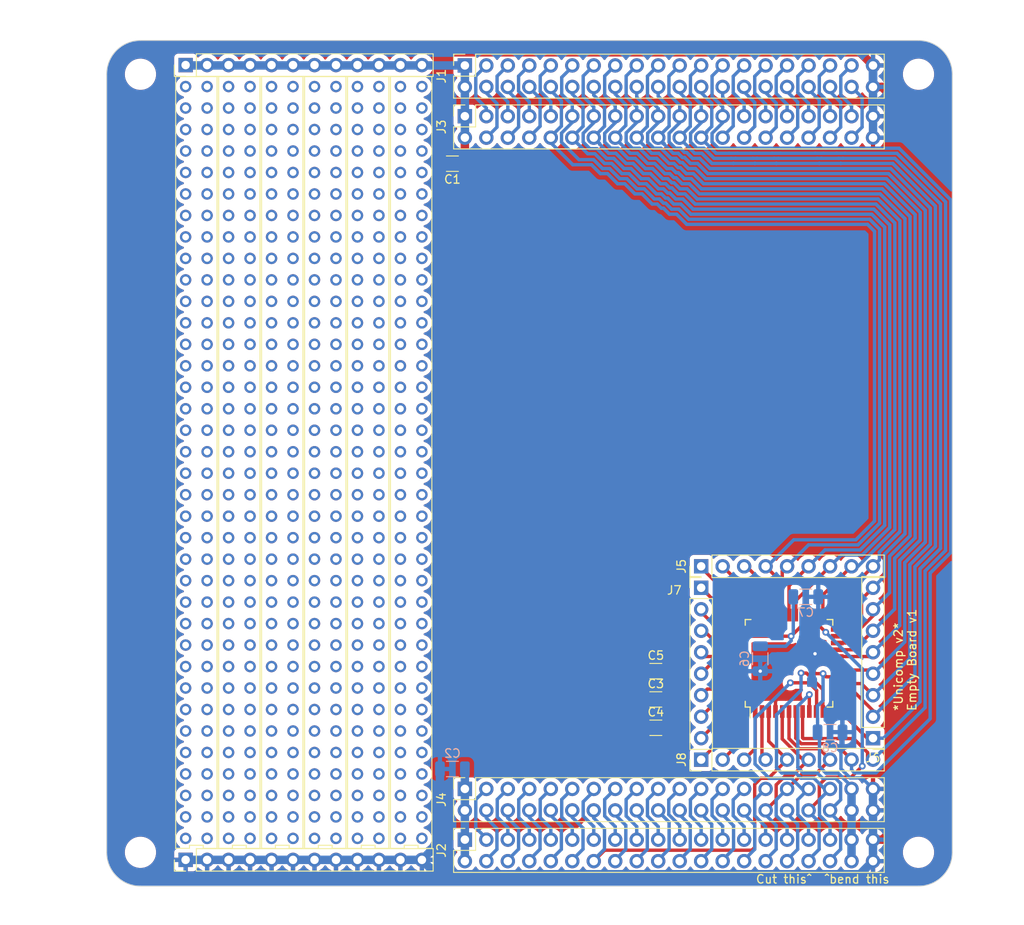
<source format=kicad_pcb>
(kicad_pcb (version 20221018) (generator pcbnew)
  (layers (0 "F.Cu" signal) (31 "B.Cu" signal) (34 "B.Paste" user) (35 "F.Paste" user) (36 "B.SilkS" user "B.Silkscreen") (37 "F.SilkS" user "F.Silkscreen") (38 "B.Mask" user) (39 "F.Mask" user) (44 "Edge.Cuts" user))
  (net 0 "")
  (net 1 "/~{RST}")
  (net 2 "/~{BUSFREE}")
  (net 3 "/Bus/~{CS13}")
  (net 4 "/Bus/~{CS12}")
  (net 5 "/Bus/~{CS11}")
  (net 6 "/Bus/~{CS10}")
  (net 7 "GND")
  (net 8 "/D7")
  (net 9 "/D6")
  (net 10 "/D5")
  (net 11 "/D4")
  (net 12 "/D3")
  (net 13 "/D2")
  (net 14 "/D1")
  (net 15 "/D0")
  (net 16 "+5V")
  (net 17 "/A15")
  (net 18 "/A14")
  (net 19 "/A13")
  (net 20 "/A12")
  (net 21 "/A11")
  (net 22 "/A10")
  (net 23 "/A9")
  (net 24 "/A8")
  (net 25 "/A7")
  (net 26 "/A6")
  (net 27 "/A5")
  (net 28 "/A4")
  (net 29 "/A3")
  (net 30 "/A2")
  (net 31 "/A1")
  (net 32 "/A0")
  (net 33 "/IO2")
  (net 34 "/IO1")
  (net 35 "/IO0")
  (net 36 "/IO3")
  (net 37 "/IO4")
  (net 38 "/IO5")
  (net 39 "/IO6")
  (net 40 "/IO7")
  (net 41 "/Bus/~{CS9}")
  (net 42 "/Bus/~{CS8}")
  (net 43 "/Bus/~{CS7}")
  (net 44 "/Bus/~{CS6}")
  (net 45 "/Bus/~{CS5}")
  (net 46 "/Bus/~{CS4}")
  (net 47 "/TDI")
  (net 48 "/TMS")
  (net 49 "/TCK")
  (net 50 "+3V3")
  (net 51 "/TDO")
  (net 52 "/CLKF")
  (net 53 "/IO13")
  (net 54 "/IO8")
  (net 55 "/IO9")
  (net 56 "/IO10")
  (net 57 "/Bus/~{CS3}")
  (net 58 "/Bus/~{CS2}")
  (net 59 "/Bus/~{CS1}")
  (net 60 "/Bus/~{CS0}")
  (net 61 "/IO11")
  (net 62 "/IO12")
  (net 63 "/CLKS")
  (net 64 "/MOSI")
  (net 65 "/SCK")
  (net 66 "/~{IOWR}")
  (net 67 "/~{MWR}")
  (net 68 "/~{MRD}")
  (net 69 "/R{slash}~{W}_e")
  (net 70 "/~{IORD}")
  (net 71 "/PHI2_e")
  (net 72 "/PHI1_e")
  (net 73 "/~{PH0}")
  (net 74 "/PH0")
  (net 75 "/RX1")
  (net 76 "/RES1")
  (net 77 "/TX1")
  (net 78 "/RES0")
  (net 79 "/TX3")
  (net 80 "/RX3")
  (net 81 "/TX2")
  (net 82 "/RX2")
  (net 162 "/Bus/TDRTN")
  (net 168 "/Bus/A16")
  (net 169 "/Bus/A17")
  (net 170 "/Bus/A18")
  (net 171 "/Bus/A19")
  (footprint "Connector_PinHeader_2.54mm:PinHeader_1x09_P2.54mm_Vertical" (layer "F.Cu") (at 167.64 130.389005 90)
    (fp_text reference "J8")
    (fp_text value "Conn_01x09")
  )
  (footprint "my_own_conn:Proto_2x36" (layer "F.Cu") (at 128.27 95.25)
    (fp_text reference "J26" hide)
    (fp_text value "Conn_02x36_Counter_Clockwise" hide)
  )
  (footprint "Connector_PinSocket_2.54mm:PinSocket_2x20_P2.54mm_Vertical" (layer "F.Cu") (at 139.7 48.303005 90)
    (fp_text reference "J1")
    (fp_text value "BUS")
  )
  (footprint "Capacitor_SMD:C_1206_3216Metric" (layer "F.Cu") (at 162.2788 119.9218)
    (fp_text reference "C5")
    (fp_text value "100n")
  )
  (footprint "Connector_PinHeader_2.54mm:PinHeader_1x09_P2.54mm_Vertical" (layer "F.Cu") (at 167.64 107.529005 90)
    (fp_text reference "J5")
    (fp_text value "Conn_01x09")
  )
  (footprint "Connector_PinSocket_2.54mm:PinSocket_2x20_P2.54mm_Vertical" (layer "F.Cu") (at 139.7 133.849005 90)
    (fp_text reference "J4")
    (fp_text value "BUS")
  )
  (footprint "Capacitor_SMD:C_1206_3216Metric" (layer "F.Cu") (at 162.2788 126.6218)
    (fp_text reference "C4")
    (fp_text value "100n")
  )
  (footprint "my_own_conn:Proto_2x36" (layer "F.Cu") (at 118.11 95.25)
    (fp_text reference "J24" hide)
    (fp_text value "Conn_02x36_Counter_Clockwise" hide)
  )
  (footprint "Connector_PinHeader_2.54mm:PinHeader_1x12_P2.54mm_Vertical" (layer "F.Cu") (at 106.68 142.24 90)
    (fp_text reference "J20" hide)
    (fp_text value "Conn_01x12" hide)
  )
  (footprint "my_own_conn:Proto_2x36" (layer "F.Cu") (at 123.19 95.25)
    (fp_text reference "J25" hide)
    (fp_text value "Conn_02x36_Counter_Clockwise" hide)
  )
  (footprint "Connector_PinSocket_2.54mm:PinSocket_2x20_P2.54mm_Vertical" (layer "F.Cu") (at 139.7 139.849005 90)
    (fp_text reference "J2")
    (fp_text value "BUS")
  )
  (footprint "Connector_PinHeader_2.54mm:PinHeader_1x08_P2.54mm_Vertical" (layer "F.Cu") (at 187.96 127.849005 180)
    (fp_text reference "J6")
    (fp_text value "Conn_01x08")
  )
  (footprint "Capacitor_SMD:C_1206_3216Metric" (layer "F.Cu") (at 162.2788 123.2718)
    (fp_text reference "C3")
    (fp_text value "100n")
  )
  (footprint "my_own_conn:Proto_2x36" (layer "F.Cu") (at 133.35 95.25)
    (fp_text reference "J27" hide)
    (fp_text value "Conn_02x36_Counter_Clockwise" hide)
  )
  (footprint "MountingHole:MountingHole_3.2mm_M3" (layer "F.Cu") (at 193.34 49.346005)
    (fp_text reference "H3" hide)
    (fp_text value "MountingHole" hide)
  )
  (footprint "my_own_conn:Proto_2x36" (layer "F.Cu") (at 113.03 95.25)
    (fp_text reference "J23" hide)
    (fp_text value "Conn_02x36_Counter_Clockwise" hide)
  )
  (footprint "Connector_PinHeader_2.54mm:PinHeader_1x08_P2.54mm_Vertical" (layer "F.Cu") (at 167.64 110.069005)
    (fp_text reference "J7")
    (fp_text value "Conn_01x08")
  )
  (footprint "Connector_PinSocket_2.54mm:PinSocket_2x20_P2.54mm_Vertical" (layer "F.Cu") (at 139.7 54.303005 90)
    (fp_text reference "J3")
    (fp_text value "BUS")
  )
  (footprint "MountingHole:MountingHole_3.2mm_M3" (layer "F.Cu") (at 101.34 49.346005)
    (fp_text reference "H1" hide)
    (fp_text value "MountingHole" hide)
  )
  (footprint "Package_QFP:TQFP-44_10x10mm_P0.8mm" (layer "F.Cu") (at 178.029 118.994805 90)
    (fp_text reference "U1" hide)
    (fp_text value "XC9572VQ44")
  )
  (footprint "Capacitor_SMD:C_1206_3216Metric" (layer "F.Cu") (at 138.225 59.9186 180)
    (fp_text reference "C1")
    (fp_text value "100n")
  )
  (footprint "MountingHole:MountingHole_3.2mm_M3" (layer "F.Cu") (at 101.34 141.346005)
    (fp_text reference "H2" hide)
    (fp_text value "MountingHole" hide)
  )
  (footprint "my_own_conn:Proto_2x36" (layer "F.Cu") (at 107.95 95.25)
    (fp_text reference "J22" hide)
    (fp_text value "Conn_02x36_Counter_Clockwise" hide)
  )
  (footprint "Connector_PinHeader_2.54mm:PinHeader_1x12_P2.54mm_Vertical" (layer "F.Cu") (at 106.68 48.26 90)
    (fp_text reference "J21" hide)
    (fp_text value "Conn_01x12" hide)
  )
  (footprint "MountingHole:MountingHole_3.2mm_M3" (layer "F.Cu") (at 193.34 141.346005)
    (fp_text reference "H4" hide)
    (fp_text value "MountingHole" hide)
  )
  (footprint "Capacitor_SMD:C_1206_3216Metric" (layer "B.Cu") (at 138.2268 131.4958 180)
    (fp_text reference "C2")
    (fp_text value "100n")
  )
  (footprint "Capacitor_SMD:C_1206_3216Metric" (layer "B.Cu") (at 180.008 111.135805)
    (fp_text reference "C7")
    (fp_text value "100n")
  )
  (footprint "Capacitor_SMD:C_1206_3216Metric" (layer "B.Cu") (at 182.88 127.137805)
    (fp_text reference "C8")
    (fp_text value "100n")
  )
  (footprint "Capacitor_SMD:C_1206_3216Metric" (layer "B.Cu") (at 174.625 118.452805 -90)
    (fp_text reference "C6")
    (fp_text value "100n")
  )
  (gr_line (start 97.34 49.346005) (end 97.34 141.346005) (stroke (width 0.1)) (layer "Edge.Cuts"))
  (gr_arc (start 97.34 49.346005) (mid 98.511573 46.517578) (end 101.34 45.346005) (stroke (width 0.1)) (layer "Edge.Cuts"))
  (gr_arc (start 193.34 45.346005) (mid 196.168427 46.517578) (end 197.34 49.346005) (stroke (width 0.1)) (layer "Edge.Cuts"))
  (gr_arc (start 197.34 141.346005) (mid 196.168427 144.174432) (end 193.34 145.346005) (stroke (width 0.1)) (layer "Edge.Cuts"))
  (gr_line (start 197.34 141.346005) (end 197.34 49.346005) (stroke (width 0.1)) (layer "Edge.Cuts"))
  (gr_line (start 193.34 45.346005) (end 101.34 45.346005) (stroke (width 0.1)) (layer "Edge.Cuts"))
  (gr_arc (start 101.34 145.346005) (mid 98.511573 144.174432) (end 97.34 141.346005) (stroke (width 0.1)) (layer "Edge.Cuts"))
  (gr_line (start 193.34 145.346005) (end 101.34 145.346005) (stroke (width 0.1)) (layer "Edge.Cuts"))
  (gr_text "*Unicomp v2*\nEmpty Board v1" (at 191.77 124.714 90) (layer "F.SilkS") (effects (font (size 1 1)) (justify left)))
  (gr_text "Cut this^  ^bend this" (at 189.992 144.526) (layer "F.SilkS") (effects (font (size 1 1)) (justify right)))
  (segment (start 176.513253 52.765864) (end 176.513253 55.599864) (width 0.4) (layer "B.Cu") (net 1))
  (segment (start 176.513253 55.599864) (end 175.263253 56.849864) (width 0.4) (layer "B.Cu") (net 1))
  (segment (start 175.263253 51.515864) (end 176.513253 52.765864) (width 0.4) (layer "B.Cu") (net 1))
  (segment (start 175.263253 50.966159) (end 175.263253 51.515864) (width 0.4) (layer "B.Cu") (net 1))
  (segment (start 156.23 135.099005) (end 156.23 137.053) (width 0.4) (layer "B.Cu") (net 2))
  (segment (start 156.23 137.053) (end 157.48 138.303) (width 0.4) (layer "B.Cu") (net 2))
  (segment (start 157.48 133.849005) (end 156.23 135.099005) (width 0.4) (layer "B.Cu") (net 2))
  (segment (start 157.48 138.303) (end 157.48 139.7) (width 0.4) (layer "B.Cu") (net 2))
  (segment (start 157.48 142.24) (end 158.73 140.99) (width 0.4) (layer "B.Cu") (net 3))
  (segment (start 158.73 138.156) (end 157.48 136.906) (width 0.4) (layer "B.Cu") (net 3))
  (segment (start 158.73 140.99) (end 158.73 138.156) (width 0.4) (layer "B.Cu") (net 3))
  (segment (start 160.02 138.303) (end 158.77 137.053) (width 0.4) (layer "B.Cu") (net 4))
  (segment (start 160.02 139.7) (end 160.02 138.303) (width 0.4) (layer "B.Cu") (net 4))
  (segment (start 158.77 135.099005) (end 160.02 133.849005) (width 0.4) (layer "B.Cu") (net 4))
  (segment (start 158.77 137.053) (end 158.77 135.099005) (width 0.4) (layer "B.Cu") (net 4))
  (segment (start 160.02 136.906) (end 161.27 138.156) (width 0.4) (layer "B.Cu") (net 5))
  (segment (start 161.27 140.99) (end 160.02 142.24) (width 0.4) (layer "B.Cu") (net 5))
  (segment (start 161.27 138.156) (end 161.27 140.99) (width 0.4) (layer "B.Cu") (net 5))
  (segment (start 162.56 138.303) (end 161.29 137.033) (width 0.4) (layer "B.Cu") (net 6))
  (segment (start 161.29 137.033) (end 161.29 135.119005) (width 0.4) (layer "B.Cu") (net 6))
  (segment (start 162.56 139.7) (end 162.56 138.303) (width 0.4) (layer "B.Cu") (net 6))
  (segment (start 161.29 135.119005) (end 162.56 133.849005) (width 0.4) (layer "B.Cu") (net 6))
  (segment (start 176.429 124.694805) (end 176.429 121.731797) (width 0.4) (layer "F.Cu") (net 7))
  (segment (start 183.729 118.994805) (end 182.23 118.994805) (width 0.4) (layer "F.Cu") (net 7))
  (segment (start 137.803395 46.753005) (end 136.7282 47.8282) (width 1) (layer "F.Cu") (net 7))
  (segment (start 196.84 58.664) (end 189.019005 50.843005) (width 1) (layer "F.Cu") (net 7))
  (segment (start 196.84 132.09) (end 196.84 58.664) (width 1) (layer "F.Cu") (net 7))
  (segment (start 186.41 46.753005) (end 137.803395 46.753005) (width 1) (layer "F.Cu") (net 7))
  (segment (start 180.429 113.294805) (end 180.429 117.193805) (width 0.4) (layer "F.Cu") (net 7))
  (segment (start 189.019005 50.843005) (end 187.96 50.843005) (width 1) (layer "F.Cu") (net 7))
  (segment (start 180.429 117.193805) (end 181.102 117.866805) (width 0.4) (layer "F.Cu") (net 7))
  (segment (start 175.172008 120.474805) (end 174.625 119.927797) (width 0.4) (layer "F.Cu") (net 7))
  (segment (start 176.429 121.731797) (end 174.625 119.927797) (width 0.4) (layer "F.Cu") (net 7))
  (segment (start 189.080995 139.849005) (end 196.84 132.09) (width 1) (layer "F.Cu") (net 7))
  (segment (start 187.96 48.303005) (end 186.41 46.753005) (width 1) (layer "F.Cu") (net 7))
  (segment (start 182.23 118.994805) (end 181.102 117.866805) (width 0.4) (layer "F.Cu") (net 7))
  (segment (start 187.96 139.849005) (end 189.080995 139.849005) (width 1) (layer "F.Cu") (net 7))
  (segment (start 136.7282 47.8282) (end 136.7282 60.0964) (width 1) (layer "F.Cu") (net 7))
  (via (at 174.625 119.927797) (size 0.8) (drill 0.4) (layers "F.Cu" "B.Cu") (net 7))
  (via (at 181.102 117.866805) (size 0.8) (drill 0.4) (layers "F.Cu" "B.Cu") (net 7))
  (segment (start 176.686 117.866805) (end 181.102 117.866805) (width 0.4) (layer "B.Cu") (net 7))
  (segment (start 187.96 48.26) (end 187.96 50.8) (width 1) (layer "B.Cu") (net 7))
  (segment (start 136.319005 143.939005) (end 134.62 142.24) (width 1) (layer "B.Cu") (net 7))
  (segment (start 136.7518 140.1082) (end 136.7518 131.4958) (width 1) (layer "B.Cu") (net 7))
  (segment (start 187.96 142.389005) (end 186.41 143.939005) (width 1) (layer "B.Cu") (net 7))
  (segment (start 184.17 127.322805) (end 184.17 131.465) (width 0.4) (layer "B.Cu") (net 7))
  (segment (start 181.483 111.135805) (end 181.483 117.485805) (width 0.4) (layer "B.Cu") (net 7))
  (segment (start 185.258 132.553) (end 186.663995 132.553) (width 0.4) (layer "B.Cu") (net 7))
  (segment (start 134.62 142.24) (end 136.7518 140.1082) (width 1) (layer "B.Cu") (net 7))
  (segment (start 187.963253 56.849864) (end 187.963253 54.309864) (width 1) (layer "B.Cu") (net 7))
  (segment (start 184.277 120.831069) (end 181.312736 117.866805) (width 0.4) (layer "B.Cu") (net 7))
  (segment (start 134.62 142.24) (end 106.68 142.24) (width 1) (layer "B.Cu") (net 7))
  (segment (start 181.483 117.485805) (end 181.102 117.866805) (width 0.4) (layer "B.Cu") (net 7))
  (segment (start 186.41 143.939005) (end 136.319005 143.939005) (width 1) (layer "B.Cu") (net 7))
  (segment (start 181.312736 117.866805) (end 181.102 117.866805) (width 0.4) (layer "B.Cu") (net 7))
  (segment (start 186.663995 132.553) (end 187.96 133.849005) (width 0.4) (layer "B.Cu") (net 7))
  (segment (start 174.625 119.927805) (end 176.686 117.866805) (width 0.4) (layer "B.Cu") (net 7))
  (segment (start 184.17 131.465) (end 185.258 132.553) (width 0.4) (layer "B.Cu") (net 7))
  (segment (start 187.96 133.849005) (end 187.96 142.389005) (width 1) (layer "B.Cu") (net 7))
  (segment (start 187.963253 54.309864) (end 187.963253 48.309864) (width 1) (layer "B.Cu") (net 7))
  (segment (start 184.277 127.059805) (end 184.277 120.831069) (width 0.4) (layer "B.Cu") (net 7))
  (segment (start 184.15 51.816) (end 185.42 53.086) (width 0.4) (layer "B.Cu") (net 8))
  (segment (start 184.15 49.573005) (end 184.15 51.816) (width 0.4) (layer "B.Cu") (net 8))
  (segment (start 185.42 53.086) (end 185.42 54.303005) (width 0.4) (layer "B.Cu") (net 8))
  (segment (start 185.42 48.303005) (end 184.15 49.573005) (width 0.4) (layer "B.Cu") (net 8))
  (segment (start 186.67 55.593005) (end 185.42 56.843005) (width 0.4) (layer "B.Cu") (net 9))
  (segment (start 185.42 50.843005) (end 186.67 52.093005) (width 0.4) (layer "B.Cu") (net 9))
  (segment (start 186.67 52.093005) (end 186.67 55.593005) (width 0.4) (layer "B.Cu") (net 9))
  (segment (start 182.883253 52.828748) (end 181.61 51.555495) (width 0.4) (layer "B.Cu") (net 10))
  (segment (start 182.883253 54.309864) (end 182.883253 52.828748) (width 0.4) (layer "B.Cu") (net 10))
  (segment (start 181.61 51.555495) (end 181.61 49.573005) (width 0.4) (layer "B.Cu") (net 10))
  (segment (start 181.61 49.573005) (end 182.88 48.303005) (width 0.4) (layer "B.Cu") (net 10))
  (segment (start 182.883253 51.397781) (end 184.133253 52.647781) (width 0.4) (layer "B.Cu") (net 11))
  (segment (start 184.133253 55.599864) (end 182.883253 56.849864) (width 0.4) (layer "B.Cu") (net 11))
  (segment (start 184.133253 52.647781) (end 184.133253 55.599864) (width 0.4) (layer "B.Cu") (net 11))
  (segment (start 179.07 51.512611) (end 179.07 49.573005) (width 0.4) (layer "B.Cu") (net 12))
  (segment (start 180.343253 52.785864) (end 179.07 51.512611) (width 0.4) (layer "B.Cu") (net 12))
  (segment (start 179.07 49.573005) (end 180.34 48.303005) (width 0.4) (layer "B.Cu") (net 12))
  (segment (start 180.343253 54.458869) (end 180.343253 52.785864) (width 0.4) (layer "B.Cu") (net 12))
  (segment (start 181.593253 52.387276) (end 181.593253 55.599864) (width 0.4) (layer "B.Cu") (net 13))
  (segment (start 181.593253 55.599864) (end 180.343253 56.849864) (width 0.4) (layer "B.Cu") (net 13))
  (segment (start 180.343253 51.137276) (end 181.593253 52.387276) (width 0.4) (layer "B.Cu") (net 13))
  (segment (start 177.803253 52.912864) (end 176.513253 51.622864) (width 0.4) (layer "B.Cu") (net 14))
  (segment (start 176.513253 49.599864) (end 177.803253 48.309864) (width 0.4) (layer "B.Cu") (net 14))
  (segment (start 177.803253 54.309864) (end 177.803253 52.912864) (width 0.4) (layer "B.Cu") (net 14))
  (segment (start 176.513253 51.622864) (end 176.513253 49.599864) (width 0.4) (layer "B.Cu") (net 14))
  (segment (start 177.803253 51.388864) (end 179.053253 52.638864) (width 0.4) (layer "B.Cu") (net 15))
  (segment (start 179.053253 55.599864) (end 177.803253 56.849864) (width 0.4) (layer "B.Cu") (net 15))
  (segment (start 179.053253 52.638864) (end 179.053253 55.599864) (width 0.4) (layer "B.Cu") (net 15))
  (segment (start 139.7 59.9186) (end 139.7 56.843005) (width 1) (layer "F.Cu") (net 16))
  (segment (start 139.703253 54.309864) (end 139.703253 48.309864) (width 1) (layer "B.Cu") (net 16))
  (segment (start 139.7 48.303005) (end 106.723005 48.303005) (width 1) (layer "B.Cu") (net 16))
  (segment (start 139.7 139.7) (end 139.7 133.7) (width 1) (layer "B.Cu") (net 16))
  (segment (start 139.7 133.849005) (end 139.7 131.4976) (width 1) (layer "B.Cu") (net 16))
  (segment (start 139.703253 54.309864) (end 139.703253 56.849864) (width 1) (layer "B.Cu") (net 16))
  (segment (start 139.7 139.7) (end 139.7 142.24) (width 1) (layer "B.Cu") (net 16))
  (segment (start 179.484764 128.499805) (end 183.5308 128.499805) (width 0.4) (layer "F.Cu") (net 17))
  (segment (start 183.5308 128.499805) (end 185.42 130.389005) (width 0.4) (layer "F.Cu") (net 17))
  (segment (start 178.829 124.694805) (end 178.829 127.844041) (width 0.4) (layer "F.Cu") (net 17))
  (segment (start 178.829 127.844041) (end 179.484764 128.499805) (width 0.4) (layer "F.Cu") (net 17))
  (segment (start 182.360228 58.091) (end 180.859772 58.091) (width 0.4) (layer "B.Cu") (net 17))
  (segment (start 188.3156 131.953) (end 194.7164 125.5522) (width 0.4) (layer "B.Cu") (net 17))
  (segment (start 170.18 53.213) (end 168.93 51.963) (width 0.4) (layer "B.Cu") (net 17))
  (segment (start 197.14 105.90992) (end 197.14 64.19388) (width 0.4) (layer "B.Cu") (net 17))
  (segment (start 173.237767 58.093005) (end 172.202233 58.093005) (width 0.4) (layer "B.Cu") (net 17))
  (segment (start 173.239772 58.091) (end 173.237767 58.093005) (width 0.4) (layer "B.Cu") (net 17))
  (segment (start 170.18 54.303005) (end 170.18 53.213) (width 0.4) (layer "B.Cu") (net 17))
  (segment (start 191.039125 58.093005) (end 184.902233 58.093005) (width 0.4) (layer "B.Cu") (net 17))
  (segment (start 172.200228 58.091) (end 170.699772 58.091) (width 0.4) (layer "B.Cu") (net 17))
  (segment (start 180.857767 58.093005) (end 177.282233 58.093005) (width 0.4) (layer "B.Cu") (net 17))
  (segment (start 194.7164 125.5522) (end 194.7164 108.33352) (width 0.4) (layer "B.Cu") (net 17))
  (segment (start 170.697767 58.093005) (end 169.662233 58.093005) (width 0.4) (layer "B.Cu") (net 17))
  (segment (start 168.93 56.325238) (end 170.18 55.075238) (width 0.4) (layer "B.Cu") (net 17))
  (segment (start 174.740228 58.091) (end 173.239772 58.091) (width 0.4) (layer "B.Cu") (net 17))
  (segment (start 180.859772 58.091) (end 180.857767 58.093005) (width 0.4) (layer "B.Cu") (net 17))
  (segment (start 184.902233 58.093005) (end 184.899028 58.0898) (width 0.4) (layer "B.Cu") (net 17))
  (segment (start 185.42 131.591086) (end 185.781914 131.953) (width 0.4) (layer "B.Cu") (net 17))
  (segment (start 183.397767 58.093005) (end 182.362233 58.093005) (width 0.4) (layer "B.Cu") (net 17))
  (segment (start 175.777767 58.093005) (end 174.742233 58.093005) (width 0.4) (layer "B.Cu") (net 17))
  (segment (start 182.362233 58.093005) (end 182.360228 58.091) (width 0.4) (layer "B.Cu") (net 17))
  (segment (start 169.662233 58.093005) (end 168.93 57.360772) (width 0.4) (layer "B.Cu") (net 17))
  (segment (start 184.899028 58.0898) (end 183.400972 58.0898) (width 0.4) (layer "B.Cu") (net 17))
  (segment (start 175.779772 58.091) (end 175.777767 58.093005) (width 0.4) (layer "B.Cu") (net 17))
  (segment (start 168.93 57.360772) (end 168.93 56.325238) (width 0.4) (layer "B.Cu") (net 17))
  (segment (start 177.280228 58.091) (end 175.779772 58.091) (width 0.4) (layer "B.Cu") (net 17))
  (segment (start 174.742233 58.093005) (end 174.740228 58.091) (width 0.4) (layer "B.Cu") (net 17))
  (segment (start 197.14 64.19388) (end 191.039125 58.093005) (width 0.4) (layer "B.Cu") (net 17))
  (segment (start 168.93 49.553005) (end 170.18 48.303005) (width 0.4) (layer "B.Cu") (net 17))
  (segment (start 185.781914 131.953) (end 188.3156 131.953) (width 0.4) (layer "B.Cu") (net 17))
  (segment (start 177.282233 58.093005) (end 177.280228 58.091) (width 0.4) (layer "B.Cu") (net 17))
  (segment (start 183.400972 58.0898) (end 183.397767 58.093005) (width 0.4) (layer "B.Cu") (net 17))
  (segment (start 170.18 55.075238) (end 170.18 54.303005) (width 0.4) (layer "B.Cu") (net 17))
  (segment (start 172.202233 58.093005) (end 172.200228 58.091) (width 0.4) (layer "B.Cu") (net 17))
  (segment (start 194.7164 108.33352) (end 197.14 105.90992) (width 0.4) (layer "B.Cu") (net 17))
  (segment (start 168.93 51.963) (end 168.93 49.553005) (width 0.4) (layer "B.Cu") (net 17))
  (segment (start 170.699772 58.091) (end 170.697767 58.093005) (width 0.4) (layer "B.Cu") (net 17))
  (segment (start 185.42 130.389005) (end 185.42 131.591086) (width 0.4) (layer "B.Cu") (net 17))
  (segment (start 179.629 127.795513) (end 179.733292 127.899805) (width 0.4) (layer "F.Cu") (net 18))
  (segment (start 187.314672 129.540477) (end 187.314672 130.389005) (width 0.4) (layer "F.Cu") (net 18))
  (segment (start 185.674 127.899805) (end 187.314672 129.540477) (width 0.4) (layer "F.Cu") (net 18))
  (segment (start 179.629 124.694805) (end 179.629 127.795513) (width 0.4) (layer "F.Cu") (net 18))
  (segment (start 179.733292 127.899805) (end 185.674 127.899805) (width 0.4) (layer "F.Cu") (net 18))
  (segment (start 176.0283 58.691) (end 176.026295 58.693005) (width 0.4) (layer "B.Cu") (net 18))
  (segment (start 182.1117 58.691) (end 181.1083 58.691) (width 0.4) (layer "B.Cu") (net 18))
  (segment (start 177.0317 58.691) (end 176.0283 58.691) (width 0.4) (layer "B.Cu") (net 18))
  (segment (start 171.9517 58.691) (end 170.9483 58.691) (width 0.4) (layer "B.Cu") (net 18))
  (segment (start 181.106295 58.693005) (end 177.033705 58.693005) (width 0.4) (layer "B.Cu") (net 18))
  (segment (start 184.6505 58.6898) (end 183.6495 58.6898) (width 0.4) (layer "B.Cu") (net 18))
  (segment (start 183.646295 58.693005) (end 182.113705 58.693005) (width 0.4) (layer "B.Cu") (net 18))
  (segment (start 177.033705 58.693005) (end 177.0317 58.691) (width 0.4) (layer "B.Cu") (net 18))
  (segment (start 168.893253 52.774781) (end 168.893253 55.513457) (width 0.4) (layer "B.Cu") (net 18))
  (segment (start 194.1164 124.232605) (end 194.1164 108.084992) (width 0.4) (layer "B.Cu") (net 18))
  (segment (start 176.026295 58.693005) (end 174.493705 58.693005) (width 0.4) (layer "B.Cu") (net 18))
  (segment (start 171.953705 58.693005) (end 171.9517 58.691) (width 0.4) (layer "B.Cu") (net 18))
  (segment (start 170.946295 58.693005) (end 169.413705 58.693005) (width 0.4) (layer "B.Cu") (net 18))
  (segment (start 173.4883 58.691) (end 173.486295 58.693005) (width 0.4) (layer "B.Cu") (net 18))
  (segment (start 181.1083 58.691) (end 181.106295 58.693005) (width 0.4) (layer "B.Cu") (net 18))
  (segment (start 182.113705 58.693005) (end 182.1117 58.691) (width 0.4) (layer "B.Cu") (net 18))
  (segment (start 169.413705 58.693005) (end 167.64 56.9193) (width 0.4) (layer "B.Cu") (net 18))
  (segment (start 170.9483 58.691) (end 170.946295 58.693005) (width 0.4) (layer "B.Cu") (net 18))
  (segment (start 190.790597 58.693005) (end 184.653705 58.693005) (width 0.4) (layer "B.Cu") (net 18))
  (segment (start 196.54 64.442408) (end 190.790597 58.693005) (width 0.4) (layer "B.Cu") (net 18))
  (segment (start 168.893253 55.513457) (end 168.31 56.09671) (width 0.4) (layer "B.Cu") (net 18))
  (segment (start 168.31 56.183117) (end 167.643253 56.849864) (width 0.4) (layer "B.Cu") (net 18))
  (segment (start 183.6495 58.6898) (end 183.646295 58.693005) (width 0.4) (layer "B.Cu") (net 18))
  (segment (start 173.486295 58.693005) (end 171.953705 58.693005) (width 0.4) (layer "B.Cu") (net 18))
  (segment (start 187.96 130.389005) (end 194.1164 124.232605) (width 0.4) (layer "B.Cu") (net 18))
  (segment (start 194.1164 108.084992) (end 196.54 105.661392) (width 0.4) (layer "B.Cu") (net 18))
  (segment (start 174.4917 58.691) (end 173.4883 58.691) (width 0.4) (layer "B.Cu") (net 18))
  (segment (start 174.493705 58.693005) (end 174.4917 58.691) (width 0.4) (layer "B.Cu") (net 18))
  (segment (start 168.31 56.09671) (end 168.31 56.183117) (width 0.4) (layer "B.Cu") (net 18))
  (segment (start 196.54 105.661392) (end 196.54 64.442408) (width 0.4) (layer "B.Cu") (net 18))
  (segment (start 184.653705 58.693005) (end 184.6505 58.6898) (width 0.4) (layer "B.Cu") (net 18))
  (segment (start 167.643253 50.926159) (end 167.643253 51.524781) (width 0.4) (layer "B.Cu") (net 18))
  (segment (start 167.643253 51.524781) (end 168.893253 52.774781) (width 0.4) (layer "B.Cu") (net 18))
  (segment (start 183.729 122.994805) (end 183.729 124.303805) (width 0.4) (layer "F.Cu") (net 19))
  (segment (start 187.2742 127.849005) (end 187.96 127.849005) (width 0.4) (layer "F.Cu") (net 19))
  (segment (start 183.729 124.303805) (end 187.2742 127.849005) (width 0.4) (layer "F.Cu") (net 19))
  (segment (start 171.703172 59.291) (end 171.196828 59.291) (width 0.4) (layer "B.Cu") (net 19))
  (segment (start 173.734823 59.293005) (end 171.705177 59.293005) (width 0.4) (layer "B.Cu") (net 19))
  (segment (start 183.894823 59.293005) (end 181.865177 59.293005) (width 0.4) (layer "B.Cu") (net 19))
  (segment (start 181.356828 59.291) (end 181.354823 59.293005) (width 0.4) (layer "B.Cu") (net 19))
  (segment (start 189.21 127.849005) (end 193.5164 123.542605) (width 0.4) (layer "B.Cu") (net 19))
  (segment (start 167.643253 54.309864) (end 167.643253 52.912864) (width 0.4) (layer "B.Cu") (net 19))
  (segment (start 181.354823 59.293005) (end 176.785177 59.293005) (width 0.4) (layer "B.Cu") (net 19))
  (segment (start 176.783172 59.291) (end 176.276828 59.291) (width 0.4) (layer "B.Cu") (net 19))
  (segment (start 167.965177 58.093005) (end 167.122233 58.093005) (width 0.4) (layer "B.Cu") (net 19))
  (segment (start 167.122233 58.093005) (end 166.39 57.360772) (width 0.4) (layer "B.Cu") (net 19))
  (segment (start 166.373253 49.526747) (end 167.596995 48.303005) (width 0.4) (layer "B.Cu") (net 19))
  (segment (start 195.94 64.690936) (end 190.542069 59.293005) (width 0.4) (layer "B.Cu") (net 19))
  (segment (start 169.165177 59.293005) (end 167.965177 58.093005) (width 0.4) (layer "B.Cu") (net 19))
  (segment (start 173.736828 59.291) (end 173.734823 59.293005) (width 0.4) (layer "B.Cu") (net 19))
  (segment (start 171.705177 59.293005) (end 171.703172 59.291) (width 0.4) (layer "B.Cu") (net 19))
  (segment (start 193.5164 107.836464) (end 195.94 105.412864) (width 0.4) (layer "B.Cu") (net 19))
  (segment (start 167.64 55.075238) (end 167.64 54.303005) (width 0.4) (layer "B.Cu") (net 19))
  (segment (start 184.405177 59.293005) (end 184.403172 59.291) (width 0.4) (layer "B.Cu") (net 19))
  (segment (start 176.274823 59.293005) (end 174.245177 59.293005) (width 0.4) (layer "B.Cu") (net 19))
  (segment (start 174.243172 59.291) (end 173.736828 59.291) (width 0.4) (layer "B.Cu") (net 19))
  (segment (start 171.196828 59.291) (end 171.194823 59.293005) (width 0.4) (layer "B.Cu") (net 19))
  (segment (start 166.39 56.325238) (end 167.64 55.075238) (width 0.4) (layer "B.Cu") (net 19))
  (segment (start 195.94 105.412864) (end 195.94 64.690936) (width 0.4) (layer "B.Cu") (net 19))
  (segment (start 174.245177 59.293005) (end 174.243172 59.291) (width 0.4) (layer "B.Cu") (net 19))
  (segment (start 187.96 127.849005) (end 189.21 127.849005) (width 0.4) (layer "B.Cu") (net 19))
  (segment (start 166.373253 51.642864) (end 166.373253 49.526747) (width 0.4) (layer "B.Cu") (net 19))
  (segment (start 193.5164 123.542605) (end 193.5164 107.836464) (width 0.4) (layer "B.Cu") (net 19))
  (segment (start 190.542069 59.293005) (end 184.405177 59.293005) (width 0.4) (layer "B.Cu") (net 19))
  (segment (start 176.276828 59.291) (end 176.274823 59.293005) (width 0.4) (layer "B.Cu") (net 19))
  (segment (start 184.403172 59.291) (end 183.896828 59.291) (width 0.4) (layer "B.Cu") (net 19))
  (segment (start 176.785177 59.293005) (end 176.783172 59.291) (width 0.4) (layer "B.Cu") (net 19))
  (segment (start 181.865177 59.293005) (end 181.863172 59.291) (width 0.4) (layer "B.Cu") (net 19))
  (segment (start 167.643253 52.912864) (end 166.373253 51.642864) (width 0.4) (layer "B.Cu") (net 19))
  (segment (start 181.863172 59.291) (end 181.356828 59.291) (width 0.4) (layer "B.Cu") (net 19))
  (segment (start 183.896828 59.291) (end 183.894823 59.293005) (width 0.4) (layer "B.Cu") (net 19))
  (segment (start 171.194823 59.293005) (end 169.165177 59.293005) (width 0.4) (layer "B.Cu") (net 19))
  (segment (start 166.39 57.360772) (end 166.39 56.325238) (width 0.4) (layer "B.Cu") (net 19))
  (segment (start 187.96 124.597805) (end 187.96 125.309005) (width 0.4) (layer "F.Cu") (net 20))
  (segment (start 183.729 122.194805) (end 185.557 122.194805) (width 0.4) (layer "F.Cu") (net 20))
  (segment (start 185.557 122.194805) (end 187.96 124.597805) (width 0.4) (layer "F.Cu") (net 20))
  (segment (start 176.534644 59.891) (end 176.536649 59.893005) (width 0.4) (layer "B.Cu") (net 20))
  (segment (start 165.103253 51.515864) (end 166.353253 52.765864) (width 0.4) (layer "B.Cu") (net 20))
  (segment (start 176.536649 59.893005) (end 181.603351 59.893005) (width 0.4) (layer "B.Cu") (net 20))
  (segment (start 192.9164 120.352605) (end 187.96 125.309005) (width 0.4) (layer "B.Cu") (net 20))
  (segment (start 173.985356 59.891) (end 173.994644 59.891) (width 0.4) (layer "B.Cu") (net 20))
  (segment (start 176.523351 59.893005) (end 176.525356 59.891) (width 0.4) (layer "B.Cu") (net 20))
  (segment (start 168.916649 59.893005) (end 171.443351 59.893005) (width 0.4) (layer "B.Cu") (net 20))
  (segment (start 173.994644 59.891) (end 173.996649 59.893005) (width 0.4) (layer "B.Cu") (net 20))
  (segment (start 184.145356 59.891) (end 184.154644 59.891) (width 0.4) (layer "B.Cu") (net 20))
  (segment (start 192.9164 107.587936) (end 192.9164 120.352605) (width 0.4) (layer "B.Cu") (net 20))
  (segment (start 181.616649 59.893005) (end 184.143351 59.893005) (width 0.4) (layer "B.Cu") (net 20))
  (segment (start 171.454644 59.891) (end 171.456649 59.893005) (width 0.4) (layer "B.Cu") (net 20))
  (segment (start 181.603351 59.893005) (end 181.605356 59.891) (width 0.4) (layer "B.Cu") (net 20))
  (segment (start 195.34 105.164336) (end 192.9164 107.587936) (width 0.4) (layer "B.Cu") (net 20))
  (segment (start 171.456649 59.893005) (end 173.983351 59.893005) (width 0.4) (layer "B.Cu") (net 20))
  (segment (start 166.353253 55.513457) (end 165.103253 56.763457) (width 0.4) (layer "B.Cu") (net 20))
  (segment (start 181.614644 59.891) (end 181.616649 59.893005) (width 0.4) (layer "B.Cu") (net 20))
  (segment (start 166.353253 52.765864) (end 166.353253 55.513457) (width 0.4) (layer "B.Cu") (net 20))
  (segment (start 195.34 64.939464) (end 195.34 105.164336) (width 0.4) (layer "B.Cu") (net 20))
  (segment (start 171.443351 59.893005) (end 171.445356 59.891) (width 0.4) (layer "B.Cu") (net 20))
  (segment (start 165.103253 50.926159) (end 165.103253 51.515864) (width 0.4) (layer "B.Cu") (net 20))
  (segment (start 184.156649 59.893005) (end 190.293541 59.893005) (width 0.4) (layer "B.Cu") (net 20))
  (segment (start 184.154644 59.891) (end 184.156649 59.893005) (width 0.4) (layer "B.Cu") (net 20))
  (segment (start 184.143351 59.893005) (end 184.145356 59.891) (width 0.4) (layer "B.Cu") (net 20))
  (segment (start 171.445356 59.891) (end 171.454644 59.891) (width 0.4) (layer "B.Cu") (net 20))
  (segment (start 190.293541 59.893005) (end 195.34 64.939464) (width 0.4) (layer "B.Cu") (net 20))
  (segment (start 173.983351 59.893005) (end 173.985356 59.891) (width 0.4) (layer "B.Cu") (net 20))
  (segment (start 173.996649 59.893005) (end 176.523351 59.893005) (width 0.4) (layer "B.Cu") (net 20))
  (segment (start 166.873705 58.693005) (end 167.716649 58.693005) (width 0.4) (layer "B.Cu") (net 20))
  (segment (start 181.605356 59.891) (end 181.614644 59.891) (width 0.4) (layer "B.Cu") (net 20))
  (segment (start 167.716649 58.693005) (end 168.916649 59.893005) (width 0.4) (layer "B.Cu") (net 20))
  (segment (start 165.1 56.9193) (end 166.873705 58.693005) (width 0.4) (layer "B.Cu") (net 20))
  (segment (start 176.525356 59.891) (end 176.534644 59.891) (width 0.4) (layer "B.Cu") (net 20))
  (segment (start 183.729 121.394805) (end 186.5858 121.394805) (width 0.4) (layer "F.Cu") (net 21))
  (segment (start 186.5858 121.394805) (end 187.96 122.769005) (width 0.4) (layer "F.Cu") (net 21))
  (segment (start 164.582233 58.093005) (end 165.176341 58.093005) (width 0.4) (layer "B.Cu") (net 21))
  (segment (start 166.625177 59.293005) (end 167.468121 59.293005) (width 0.4) (layer "B.Cu") (net 21))
  (segment (start 165.1 54.303005) (end 165.1 55.075238) (width 0.4) (layer "B.Cu") (net 21))
  (segment (start 165.918172 58.586) (end 166.625177 59.293005) (width 0.4) (layer "B.Cu") (net 21))
  (segment (start 165.669336 58.586) (end 165.918172 58.586) (width 0.4) (layer "B.Cu") (net 21))
  (segment (start 165.176341 58.093005) (end 165.669336 58.586) (width 0.4) (layer "B.Cu") (net 21))
  (segment (start 168.668121 60.493005) (end 190.045013 60.493005) (width 0.4) (layer "B.Cu") (net 21))
  (segment (start 163.85 57.360772) (end 164.582233 58.093005) (width 0.4) (layer "B.Cu") (net 21))
  (segment (start 190.045013 60.493005) (end 194.74 65.187992) (width 0.4) (layer "B.Cu") (net 21))
  (segment (start 192.3164 118.412605) (end 187.96 122.769005) (width 0.4) (layer "B.Cu") (net 21))
  (segment (start 163.83 49.573005) (end 165.1 48.303005) (width 0.4) (layer "B.Cu") (net 21))
  (segment (start 165.103253 54.309864) (end 165.103253 53.001059) (width 0.4) (layer "B.Cu") (net 21))
  (segment (start 163.85 56.325238) (end 163.85 57.360772) (width 0.4) (layer "B.Cu") (net 21))
  (segment (start 194.74 65.187992) (end 194.74 104.915808) (width 0.4) (layer "B.Cu") (net 21))
  (segment (start 167.468121 59.293005) (end 168.668121 60.493005) (width 0.4) (layer "B.Cu") (net 21))
  (segment (start 194.74 104.915808) (end 192.3164 107.339408) (width 0.4) (layer "B.Cu") (net 21))
  (segment (start 192.3164 107.339408) (end 192.3164 118.412605) (width 0.4) (layer "B.Cu") (net 21))
  (segment (start 165.103253 53.001059) (end 163.83 51.727806) (width 0.4) (layer "B.Cu") (net 21))
  (segment (start 163.83 51.727806) (end 163.83 49.573005) (width 0.4) (layer "B.Cu") (net 21))
  (segment (start 165.1 55.075238) (end 163.85 56.325238) (width 0.4) (layer "B.Cu") (net 21))
  (segment (start 183.729 119.794805) (end 187.5258 119.794805) (width 0.4) (layer "F.Cu") (net 22))
  (segment (start 168.419593 61.093005) (end 189.796485 61.093005) (width 0.4) (layer "B.Cu") (net 22))
  (segment (start 191.7164 116.472605) (end 187.96 120.229005) (width 0.4) (layer "B.Cu") (net 22))
  (segment (start 191.7164 107.09088) (end 191.7164 116.472605) (width 0.4) (layer "B.Cu") (net 22))
  (segment (start 164.333705 58.693005) (end 164.927813 58.693005) (width 0.4) (layer "B.Cu") (net 22))
  (segment (start 163.85 55.47671) (end 162.56 56.76671) (width 0.4) (layer "B.Cu") (net 22))
  (segment (start 163.25 57.6093) (end 164.333705 58.693005) (width 0.4) (layer "B.Cu") (net 22))
  (segment (start 165.669644 59.186) (end 166.376649 59.893005) (width 0.4) (layer "B.Cu") (net 22))
  (segment (start 167.219593 59.893005) (end 168.419593 61.093005) (width 0.4) (layer "B.Cu") (net 22))
  (segment (start 189.796485 61.093005) (end 194.14 65.43652) (width 0.4) (layer "B.Cu") (net 22))
  (segment (start 163.208005 57.493005) (end 163.25 57.535) (width 0.4) (layer "B.Cu") (net 22))
  (segment (start 194.14 104.66728) (end 191.7164 107.09088) (width 0.4) (layer "B.Cu") (net 22))
  (segment (start 163.25 57.535) (end 163.25 57.6093) (width 0.4) (layer "B.Cu") (net 22))
  (segment (start 163.85 53.233) (end 163.85 55.47671) (width 0.4) (layer "B.Cu") (net 22))
  (segment (start 162.56 51.943) (end 163.85 53.233) (width 0.4) (layer "B.Cu") (net 22))
  (segment (start 162.56 56.960192) (end 163.092813 57.493005) (width 0.4) (layer "B.Cu") (net 22))
  (segment (start 163.092813 57.493005) (end 163.208005 57.493005) (width 0.4) (layer "B.Cu") (net 22))
  (segment (start 164.927813 58.693005) (end 165.420808 59.186) (width 0.4) (layer "B.Cu") (net 22))
  (segment (start 162.56 50.843005) (end 162.56 51.943) (width 0.4) (layer "B.Cu") (net 22))
  (segment (start 194.14 65.43652) (end 194.14 104.66728) (width 0.4) (layer "B.Cu") (net 22))
  (segment (start 165.420808 59.186) (end 165.669644 59.186) (width 0.4) (layer "B.Cu") (net 22))
  (segment (start 166.376649 59.893005) (end 167.219593 59.893005) (width 0.4) (layer "B.Cu") (net 22))
  (segment (start 187.96 117.689005) (end 187.4542 118.194805) (width 0.4) (layer "F.Cu") (net 23))
  (segment (start 187.4542 118.194805) (end 183.729 118.194805) (width 0.4) (layer "F.Cu") (net 23))
  (segment (start 168.171065 61.693005) (end 189.547957 61.693005) (width 0.4) (layer "B.Cu") (net 23))
  (segment (start 193.54 65.685048) (end 193.54 104.418752) (width 0.4) (layer "B.Cu") (net 23))
  (segment (start 161.31 57.360772) (end 162.042233 58.093005) (width 0.4) (layer "B.Cu") (net 23))
  (segment (start 162.885177 58.093005) (end 164.085177 59.293005) (width 0.4) (layer "B.Cu") (net 23))
  (segment (start 166.971065 60.493005) (end 168.171065 61.693005) (width 0.4) (layer "B.Cu") (net 23))
  (segment (start 165.421116 59.786) (end 166.128121 60.493005) (width 0.4) (layer "B.Cu") (net 23))
  (segment (start 191.1164 106.842352) (end 191.1164 114.532605) (width 0.4) (layer "B.Cu") (net 23))
  (segment (start 162.563253 54.309864) (end 162.563253 53.387019) (width 0.4) (layer "B.Cu") (net 23))
  (segment (start 193.54 104.418752) (end 191.1164 106.842352) (width 0.4) (layer "B.Cu") (net 23))
  (segment (start 191.1164 114.532605) (end 187.96 117.689005) (width 0.4) (layer "B.Cu") (net 23))
  (segment (start 166.128121 60.493005) (end 166.971065 60.493005) (width 0.4) (layer "B.Cu") (net 23))
  (segment (start 165.17228 59.786) (end 165.421116 59.786) (width 0.4) (layer "B.Cu") (net 23))
  (segment (start 162.563253 53.387019) (end 161.293253 52.117019) (width 0.4) (layer "B.Cu") (net 23))
  (segment (start 164.085177 59.293005) (end 164.679285 59.293005) (width 0.4) (layer "B.Cu") (net 23))
  (segment (start 164.679285 59.293005) (end 165.17228 59.786) (width 0.4) (layer "B.Cu") (net 23))
  (segment (start 161.293253 49.569752) (end 162.56 48.303005) (width 0.4) (layer "B.Cu") (net 23))
  (segment (start 189.547957 61.693005) (end 193.54 65.685048) (width 0.4) (layer "B.Cu") (net 23))
  (segment (start 161.293253 52.117019) (end 161.293253 49.569752) (width 0.4) (layer "B.Cu") (net 23))
  (segment (start 161.31 56.325238) (end 161.31 57.360772) (width 0.4) (layer "B.Cu") (net 23))
  (segment (start 162.56 55.075238) (end 161.31 56.325238) (width 0.4) (layer "B.Cu") (net 23))
  (segment (start 162.042233 58.093005) (end 162.885177 58.093005) (width 0.4) (layer "B.Cu") (net 23))
  (segment (start 162.56 54.303005) (end 162.56 55.075238) (width 0.4) (layer "B.Cu") (net 23))
  (segment (start 187.96 115.149005) (end 185.7142 117.394805) (width 0.4) (layer "F.Cu") (net 24))
  (segment (start 185.7142 117.394805) (end 183.729 117.394805) (width 0.4) (layer "F.Cu") (net 24))
  (segment (start 160.02 50.843005) (end 160.02 52.045086) (width 0.4) (layer "B.Cu") (net 24))
  (segment (start 190.5164 112.592605) (end 187.96 115.149005) (width 0.4) (layer "B.Cu") (net 24))
  (segment (start 164.430757 59.893005) (end 164.923752 60.386) (width 0.4) (layer "B.Cu") (net 24))
  (segment (start 163.836649 59.893005) (end 164.430757 59.893005) (width 0.4) (layer "B.Cu") (net 24))
  (segment (start 164.923752 60.386) (end 165.172588 60.386) (width 0.4) (layer "B.Cu") (net 24))
  (segment (start 161.273253 53.298339) (end 161.273253 55.513457) (width 0.4) (layer "B.Cu") (net 24))
  (segment (start 162.636649 58.693005) (end 163.836649 59.893005) (width 0.4) (layer "B.Cu") (net 24))
  (segment (start 190.5164 106.593824) (end 190.5164 112.592605) (width 0.4) (layer "B.Cu") (net 24))
  (segment (start 161.793705 58.693005) (end 162.636649 58.693005) (width 0.4) (layer "B.Cu") (net 24))
  (segment (start 166.722537 61.093005) (end 167.922537 62.293005) (width 0.4) (layer "B.Cu") (net 24))
  (segment (start 192.94 104.170224) (end 190.5164 106.593824) (width 0.4) (layer "B.Cu") (net 24))
  (segment (start 189.299429 62.293005) (end 192.94 65.933576) (width 0.4) (layer "B.Cu") (net 24))
  (segment (start 167.922537 62.293005) (end 189.299429 62.293005) (width 0.4) (layer "B.Cu") (net 24))
  (segment (start 160.02 56.9193) (end 161.793705 58.693005) (width 0.4) (layer "B.Cu") (net 24))
  (segment (start 165.879593 61.093005) (end 166.722537 61.093005) (width 0.4) (layer "B.Cu") (net 24))
  (segment (start 165.172588 60.386) (end 165.879593 61.093005) (width 0.4) (layer "B.Cu") (net 24))
  (segment (start 160.02 52.045086) (end 161.273253 53.298339) (width 0.4) (layer "B.Cu") (net 24))
  (segment (start 161.273253 55.513457) (end 160.02 56.76671) (width 0.4) (layer "B.Cu") (net 24))
  (segment (start 192.94 65.933576) (end 192.94 104.170224) (width 0.4) (layer "B.Cu") (net 24))
  (segment (start 184.746433 116.594805) (end 183.729 116.594805) (width 0.4) (layer "F.Cu") (net 25))
  (segment (start 187.96 112.609005) (end 187.96 113.381238) (width 0.4) (layer "F.Cu") (net 25))
  (segment (start 187.96 113.381238) (end 184.746433 116.594805) (width 0.4) (layer "F.Cu") (net 25))
  (segment (start 158.77 51.963) (end 160.02 53.213) (width 0.4) (layer "B.Cu") (net 25))
  (segment (start 192.34 66.182104) (end 192.34 103.921696) (width 0.4) (layer "B.Cu") (net 25))
  (segment (start 158.77 49.553005) (end 158.77 51.963) (width 0.4) (layer "B.Cu") (net 25))
  (segment (start 192.34 103.921696) (end 189.9164 106.345296) (width 0.4) (layer "B.Cu") (net 25))
  (segment (start 160.02 53.213) (end 160.02 54.303005) (width 0.4) (layer "B.Cu") (net 25))
  (segment (start 164.182229 60.493005) (end 164.675224 60.986) (width 0.4) (layer "B.Cu") (net 25))
  (segment (start 159.502233 58.093005) (end 160.345177 58.093005) (width 0.4) (layer "B.Cu") (net 25))
  (segment (start 160.345177 58.093005) (end 161.545177 59.293005) (width 0.4) (layer "B.Cu") (net 25))
  (segment (start 158.77 57.360772) (end 159.502233 58.093005) (width 0.4) (layer "B.Cu") (net 25))
  (segment (start 166.474009 61.693005) (end 167.674009 62.893005) (width 0.4) (layer "B.Cu") (net 25))
  (segment (start 160.02 48.303005) (end 158.77 49.553005) (width 0.4) (layer "B.Cu") (net 25))
  (segment (start 189.9164 106.345296) (end 189.9164 110.652605) (width 0.4) (layer "B.Cu") (net 25))
  (segment (start 189.9164 110.652605) (end 187.96 112.609005) (width 0.4) (layer "B.Cu") (net 25))
  (segment (start 167.674009 62.893005) (end 189.050901 62.893005) (width 0.4) (layer "B.Cu") (net 25))
  (segment (start 164.92406 60.986) (end 165.631065 61.693005) (width 0.4) (layer "B.Cu") (net 25))
  (segment (start 163.588121 60.493005) (end 164.182229 60.493005) (width 0.4) (layer "B.Cu") (net 25))
  (segment (start 158.77 56.285238) (end 158.77 57.360772) (width 0.4) (layer "B.Cu") (net 25))
  (segment (start 189.050901 62.893005) (end 192.34 66.182104) (width 0.4) (layer "B.Cu") (net 25))
  (segment (start 164.675224 60.986) (end 164.92406 60.986) (width 0.4) (layer "B.Cu") (net 25))
  (segment (start 162.388121 59.293005) (end 163.588121 60.493005) (width 0.4) (layer "B.Cu") (net 25))
  (segment (start 160.02 55.035238) (end 158.77 56.285238) (width 0.4) (layer "B.Cu") (net 25))
  (segment (start 161.545177 59.293005) (end 162.388121 59.293005) (width 0.4) (layer "B.Cu") (net 25))
  (segment (start 165.631065 61.693005) (end 166.474009 61.693005) (width 0.4) (layer "B.Cu") (net 25))
  (segment (start 160.02 54.303005) (end 160.02 55.035238) (width 0.4) (layer "B.Cu") (net 25))
  (segment (start 186.598 113.89471) (end 186.598 111.431005) (width 0.4) (layer "F.Cu") (net 26))
  (segment (start 184.697905 115.794805) (end 186.598 113.89471) (width 0.4) (layer "F.Cu") (net 26))
  (segment (start 183.729 115.794805) (end 184.697905 115.794805) (width 0.4) (layer "F.Cu") (net 26))
  (segment (start 186.598 111.431005) (end 187.96 110.069005) (width 0.4) (layer "F.Cu") (net 26))
  (segment (start 157.48 51.689) (end 157.48 50.843005) (width 0.4) (layer "B.Cu") (net 26))
  (segment (start 160.096649 58.693005) (end 161.296649 59.893005) (width 0.4) (layer "B.Cu") (net 26))
  (segment (start 158.733253 55.388747) (end 158.733253 52.942253) (width 0.4) (layer "B.Cu") (net 26))
  (segment (start 163.933701 61.093005) (end 164.426696 61.586) (width 0.4) (layer "B.Cu") (net 26))
  (segment (start 162.139593 59.893005) (end 163.339593 61.093005) (width 0.4) (layer "B.Cu") (net 26))
  (segment (start 189.3164 108.712605) (end 187.96 110.069005) (width 0.4) (layer "B.Cu") (net 26))
  (segment (start 165.382537 62.293005) (end 166.225481 62.293005) (width 0.4) (layer "B.Cu") (net 26))
  (segment (start 157.48 56.9193) (end 159.253705 58.693005) (width 0.4) (layer "B.Cu") (net 26))
  (segment (start 166.225481 62.293005) (end 167.425481 63.493005) (width 0.4) (layer "B.Cu") (net 26))
  (segment (start 157.483253 56.638747) (end 158.733253 55.388747) (width 0.4) (layer "B.Cu") (net 26))
  (segment (start 188.802373 63.493005) (end 191.74 66.430632) (width 0.4) (layer "B.Cu") (net 26))
  (segment (start 189.3164 106.096768) (end 189.3164 108.712605) (width 0.4) (layer "B.Cu") (net 26))
  (segment (start 164.675532 61.586) (end 165.382537 62.293005) (width 0.4) (layer "B.Cu") (net 26))
  (segment (start 191.74 103.673168) (end 189.3164 106.096768) (width 0.4) (layer "B.Cu") (net 26))
  (segment (start 167.425481 63.493005) (end 188.802373 63.493005) (width 0.4) (layer "B.Cu") (net 26))
  (segment (start 158.733253 52.942253) (end 157.48 51.689) (width 0.4) (layer "B.Cu") (net 26))
  (segment (start 163.339593 61.093005) (end 163.933701 61.093005) (width 0.4) (layer "B.Cu") (net 26))
  (segment (start 191.74 66.430632) (end 191.74 103.673168) (width 0.4) (layer "B.Cu") (net 26))
  (segment (start 164.426696 61.586) (end 164.675532 61.586) (width 0.4) (layer "B.Cu") (net 26))
  (segment (start 161.296649 59.893005) (end 162.139593 59.893005) (width 0.4) (layer "B.Cu") (net 26))
  (segment (start 159.253705 58.693005) (end 160.096649 58.693005) (width 0.4) (layer "B.Cu") (net 26))
  (segment (start 183.769 114.954805) (end 183.769 111.720005) (width 0.4) (layer "F.Cu") (net 27))
  (segment (start 183.769 111.720005) (end 187.96 107.529005) (width 0.4) (layer "F.Cu") (net 27))
  (segment (start 191.14 103.42464) (end 188.7164 105.84824) (width 0.4) (layer "B.Cu") (net 27))
  (segment (start 188.7164 105.84824) (end 188.7164 106.772605) (width 0.4) (layer "B.Cu") (net 27))
  (segment (start 156.23 57.360772) (end 156.962233 58.093005) (width 0.4) (layer "B.Cu") (net 27))
  (segment (start 157.48 55.075238) (end 156.23 56.325238) (width 0.4) (layer "B.Cu") (net 27))
  (segment (start 167.176953 64.093005) (end 188.553845 64.093005) (width 0.4) (layer "B.Cu") (net 27))
  (segment (start 156.23 49.553005) (end 156.23 51.836) (width 0.4) (layer "B.Cu") (net 27))
  (segment (start 161.048121 60.493005) (end 161.891065 60.493005) (width 0.4) (layer "B.Cu") (net 27))
  (segment (start 157.805177 58.093005) (end 159.005177 59.293005) (width 0.4) (layer "B.Cu") (net 27))
  (segment (start 157.48 53.086) (end 157.48 54.303005) (width 0.4) (layer "B.Cu") (net 27))
  (segment (start 164.178168 62.186) (end 164.427004 62.186) (width 0.4) (layer "B.Cu") (net 27))
  (segment (start 188.553845 64.093005) (end 191.14 66.67916) (width 0.4) (layer "B.Cu") (net 27))
  (segment (start 159.848121 59.293005) (end 161.048121 60.493005) (width 0.4) (layer "B.Cu") (net 27))
  (segment (start 163.091065 61.693005) (end 163.685173 61.693005) (width 0.4) (layer "B.Cu") (net 27))
  (segment (start 165.976953 62.893005) (end 167.176953 64.093005) (width 0.4) (layer "B.Cu") (net 27))
  (segment (start 191.14 66.67916) (end 191.14 103.42464) (width 0.4) (layer "B.Cu") (net 27))
  (segment (start 163.685173 61.693005) (end 164.178168 62.186) (width 0.4) (layer "B.Cu") (net 27))
  (segment (start 164.427004 62.186) (end 165.134009 62.893005) (width 0.4) (layer "B.Cu") (net 27))
  (segment (start 159.005177 59.293005) (end 159.848121 59.293005) (width 0.4) (layer "B.Cu") (net 27))
  (segment (start 156.962233 58.093005) (end 157.805177 58.093005) (width 0.4) (layer "B.Cu") (net 27))
  (segment (start 157.48 48.303005) (end 156.23 49.553005) (width 0.4) (layer "B.Cu") (net 27))
  (segment (start 156.23 56.325238) (end 156.23 57.360772) (width 0.4) (layer "B.Cu") (net 27))
  (segment (start 188.7164 106.772605) (end 187.96 107.529005) (width 0.4) (layer "B.Cu") (net 27))
  (segment (start 156.23 51.836) (end 157.48 53.086) (width 0.4) (layer "B.Cu") (net 27))
  (segment (start 161.891065 60.493005) (end 163.091065 61.693005) (width 0.4) (layer "B.Cu") (net 27))
  (segment (start 165.134009 62.893005) (end 165.976953 62.893005) (width 0.4) (layer "B.Cu") (net 27))
  (segment (start 157.48 54.303005) (end 157.48 55.075238) (width 0.4) (layer "B.Cu") (net 27))
  (segment (start 182.029 110.920005) (end 185.42 107.529005) (width 0.4) (layer "F.Cu") (net 28))
  (segment (start 182.029 113.294805) (end 182.029 110.920005) (width 0.4) (layer "F.Cu") (net 28))
  (segment (start 190.54 103.176112) (end 186.187107 107.529005) (width 0.4) (layer "B.Cu") (net 28))
  (segment (start 164.178476 62.786) (end 164.885481 63.493005) (width 0.4) (layer "B.Cu") (net 28))
  (segment (start 158.756649 59.893005) (end 159.599593 59.893005) (width 0.4) (layer "B.Cu") (net 28))
  (segment (start 156.713705 58.693005) (end 157.556649 58.693005) (width 0.4) (layer "B.Cu") (net 28))
  (segment (start 154.94 56.843005) (end 155.63 57.533005) (width 0.4) (layer "B.Cu") (net 28))
  (segment (start 163.92964 62.786) (end 164.178476 62.786) (width 0.4) (layer "B.Cu") (net 28))
  (segment (start 162.842537 62.293005) (end 163.436645 62.293005) (width 0.4) (layer "B.Cu") (net 28))
  (segment (start 157.556649 58.693005) (end 158.756649 59.893005) (width 0.4) (layer "B.Cu") (net 28))
  (segment (start 188.305317 64.693005) (end 190.54 66.927688) (width 0.4) (layer "B.Cu") (net 28))
  (segment (start 154.94 51.816) (end 156.213253 53.089253) (width 0.4) (layer "B.Cu") (net 28))
  (segment (start 155.63 57.6093) (end 156.713705 58.693005) (width 0.4) (layer "B.Cu") (net 28))
  (segment (start 163.436645 62.293005) (end 163.92964 62.786) (width 0.4) (layer "B.Cu") (net 28))
  (segment (start 156.213253 55.493457) (end 154.943253 56.763457) (width 0.4) (layer "B.Cu") (net 28))
  (segment (start 154.94 50.843005) (end 154.94 51.816) (width 0.4) (layer "B.Cu") (net 28))
  (segment (start 164.885481 63.493005) (end 165.728425 63.493005) (width 0.4) (layer "B.Cu") (net 28))
  (segment (start 190.54 66.927688) (end 190.54 103.176112) (width 0.4) (layer "B.Cu") (net 28))
  (segment (start 160.799593 61.093005) (end 161.642537 61.093005) (width 0.4) (layer "B.Cu") (net 28))
  (segment (start 155.63 57.533005) (end 155.63 57.6093) (width 0.4) (layer "B.Cu") (net 28))
  (segment (start 186.187107 107.529005) (end 185.42 107.529005) (width 0.4) (layer "B.Cu") (net 28))
  (segment (start 166.928425 64.693005) (end 188.305317 64.693005) (width 0.4) (layer "B.Cu") (net 28))
  (segment (start 159.599593 59.893005) (end 160.799593 61.093005) (width 0.4) (layer "B.Cu") (net 28))
  (segment (start 156.213253 53.089253) (end 156.213253 55.493457) (width 0.4) (layer "B.Cu") (net 28))
  (segment (start 165.728425 63.493005) (end 166.928425 64.693005) (width 0.4) (layer "B.Cu") (net 28))
  (segment (start 161.642537 61.093005) (end 162.842537 62.293005) (width 0.4) (layer "B.Cu") (net 28))
  (segment (start 178.829 111.580005) (end 182.88 107.529005) (width 0.4) (layer "F.Cu") (net 29))
  (segment (start 178.829 113.294805) (end 178.829 111.580005) (width 0.4) (layer "F.Cu") (net 29))
  (segment (start 158.508121 60.493005) (end 159.351065 60.493005) (width 0.4) (layer "B.Cu") (net 29))
  (segment (start 184.215005 106.194) (end 182.88 107.529005) (width 0.4) (layer "B.Cu") (net 29))
  (segment (start 189.94 102.927584) (end 186.673584 106.194) (width 0.4) (layer "B.Cu") (net 29))
  (segment (start 154.94 53.213) (end 154.94 54.303005) (width 0.4) (layer "B.Cu") (net 29))
  (segment (start 186.673584 106.194) (end 184.215005 106.194) (width 0.4) (layer "B.Cu") (net 29))
  (segment (start 160.551065 61.693005) (end 161.394009 61.693005) (width 0.4) (layer "B.Cu") (net 29))
  (segment (start 153.69 49.553005) (end 153.69 51.963) (width 0.4) (layer "B.Cu") (net 29))
  (segment (start 157.308121 59.293005) (end 158.508121 60.493005) (width 0.4) (layer "B.Cu") (net 29))
  (segment (start 154.94 55.075238) (end 153.69 56.325238) (width 0.4) (layer "B.Cu") (net 29))
  (segment (start 163.188117 62.893005) (end 163.681112 63.386) (width 0.4) (layer "B.Cu") (net 29))
  (segment (start 154.94 54.303005) (end 154.94 55.075238) (width 0.4) (layer "B.Cu") (net 29))
  (segment (start 163.681112 63.386) (end 163.929948 63.386) (width 0.4) (layer "B.Cu") (net 29))
  (segment (start 153.69 57.360772) (end 154.473228 58.144) (width 0.4) (layer "B.Cu") (net 29))
  (segment (start 153.69 56.325238) (end 153.69 57.360772) (width 0.4) (layer "B.Cu") (net 29))
  (segment (start 164.636953 64.093005) (end 165.479897 64.093005) (width 0.4) (layer "B.Cu") (net 29))
  (segment (start 155.316172 58.144) (end 156.465177 59.293005) (width 0.4) (layer "B.Cu") (net 29))
  (segment (start 161.394009 61.693005) (end 162.594009 62.893005) (width 0.4) (layer "B.Cu") (net 29))
  (segment (start 156.465177 59.293005) (end 157.308121 59.293005) (width 0.4) (layer "B.Cu") (net 29))
  (segment (start 166.679897 65.293005) (end 188.056789 65.293005) (width 0.4) (layer "B.Cu") (net 29))
  (segment (start 189.94 67.176216) (end 189.94 102.927584) (width 0.4) (layer "B.Cu") (net 29))
  (segment (start 154.473228 58.144) (end 155.316172 58.144) (width 0.4) (layer "B.Cu") (net 29))
  (segment (start 188.056789 65.293005) (end 189.94 67.176216) (width 0.4) (layer "B.Cu") (net 29))
  (segment (start 163.929948 63.386) (end 164.636953 64.093005) (width 0.4) (layer "B.Cu") (net 29))
  (segment (start 159.351065 60.493005) (end 160.551065 61.693005) (width 0.4) (layer "B.Cu") (net 29))
  (segment (start 162.594009 62.893005) (end 163.188117 62.893005) (width 0.4) (layer "B.Cu") (net 29))
  (segment (start 154.94 48.303005) (end 153.69 49.553005) (width 0.4) (layer "B.Cu") (net 29))
  (segment (start 165.479897 64.093005) (end 166.679897 65.293005) (width 0.4) (layer "B.Cu") (net 29))
  (segment (start 153.69 51.963) (end 154.94 53.213) (width 0.4) (layer "B.Cu") (net 29))
  (segment (start 178.029 113.294805) (end 178.029 109.840005) (width 0.4) (layer "F.Cu") (net 30))
  (segment (start 178.029 109.840005) (end 180.34 107.529005) (width 0.4) (layer "F.Cu") (net 30))
  (segment (start 165.231369 64.693005) (end 166.431369 65.893005) (width 0.4) (layer "B.Cu") (net 30))
  (segment (start 187.808261 65.893005) (end 189.34 67.424744) (width 0.4) (layer "B.Cu") (net 30))
  (segment (start 164.388425 64.693005) (end 165.231369 64.693005) (width 0.4) (layer "B.Cu") (net 30))
  (segment (start 189.34 102.679056) (end 186.425056 105.594) (width 0.4) (layer "B.Cu") (net 30))
  (segment (start 161.145481 62.293005) (end 162.345481 63.493005) (width 0.4) (layer "B.Cu") (net 30))
  (segment (start 158.259593 61.093005) (end 159.102537 61.093005) (width 0.4) (layer "B.Cu") (net 30))
  (segment (start 157.059593 59.893005) (end 158.259593 61.093005) (width 0.4) (layer "B.Cu") (net 30))
  (segment (start 153.673253 55.493457) (end 153.673253 52.962253) (width 0.4) (layer "B.Cu") (net 30))
  (segment (start 163.68142 63.986) (end 164.388425 64.693005) (width 0.4) (layer "B.Cu") (net 30))
  (segment (start 162.345481 63.493005) (end 162.939589 63.493005) (width 0.4) (layer "B.Cu") (net 30))
  (segment (start 155.067644 58.744) (end 156.216649 59.893005) (width 0.4) (layer "B.Cu") (net 30))
  (segment (start 163.432584 63.986) (end 163.68142 63.986) (width 0.4) (layer "B.Cu") (net 30))
  (segment (start 160.302537 62.293005) (end 161.145481 62.293005) (width 0.4) (layer "B.Cu") (net 30))
  (segment (start 154.2247 58.744) (end 155.067644 58.744) (width 0.4) (layer "B.Cu") (net 30))
  (segment (start 162.939589 63.493005) (end 163.432584 63.986) (width 0.4) (layer "B.Cu") (net 30))
  (segment (start 152.4 56.9193) (end 154.2247 58.744) (width 0.4) (layer "B.Cu") (net 30))
  (segment (start 152.403253 56.763457) (end 153.673253 55.493457) (width 0.4) (layer "B.Cu") (net 30))
  (segment (start 189.34 67.424744) (end 189.34 102.679056) (width 0.4) (layer "B.Cu") (net 30))
  (segment (start 153.673253 52.962253) (end 152.4 51.689) (width 0.4) (layer "B.Cu") (net 30))
  (segment (start 166.431369 65.893005) (end 187.808261 65.893005) (width 0.4) (layer "B.Cu") (net 30))
  (segment (start 156.216649 59.893005) (end 157.059593 59.893005) (width 0.4) (layer "B.Cu") (net 30))
  (segment (start 182.275005 105.594) (end 180.34 107.529005) (width 0.4) (layer "B.Cu") (net 30))
  (segment (start 152.4 51.689) (end 152.4 50.843005) (width 0.4) (layer "B.Cu") (net 30))
  (segment (start 186.425056 105.594) (end 182.275005 105.594) (width 0.4) (layer "B.Cu") (net 30))
  (segment (start 159.102537 61.093005) (end 160.302537 62.293005) (width 0.4) (layer "B.Cu") (net 30))
  (segment (start 177.229 108.100005) (end 177.8 107.529005) (width 0.4) (layer "F.Cu") (net 31))
  (segment (start 177.229 113.294805) (end 177.229 108.100005) (width 0.4) (layer "F.Cu") (net 31))
  (segment (start 152.4 52.959) (end 152.4 54.303005) (width 0.4) (layer "B.Cu") (net 31))
  (segment (start 187.559733 66.493005) (end 188.74 67.673272) (width 0.4) (layer "B.Cu") (net 31))
  (segment (start 151.13 56.305238) (end 151.13 57.383344) (width 0.4) (layer "B.Cu") (net 31))
  (segment (start 158.854009 61.693005) (end 160.054009 62.893005) (width 0.4) (layer "B.Cu") (net 31))
  (segment (start 160.054009 62.893005) (end 160.896953 62.893005) (width 0.4) (layer "B.Cu") (net 31))
  (segment (start 188.74 67.673272) (end 188.74 102.430528) (width 0.4) (layer "B.Cu") (net 31))
  (segment (start 163.432892 64.586) (end 164.139897 65.293005) (width 0.4) (layer "B.Cu") (net 31))
  (segment (start 152.4 55.035238) (end 151.13 56.305238) (width 0.4) (layer "B.Cu") (net 31))
  (segment (start 162.096953 64.093005) (end 162.691061 64.093005) (width 0.4) (layer "B.Cu") (net 31))
  (segment (start 163.184056 64.586) (end 163.432892 64.586) (width 0.4) (layer "B.Cu") (net 31))
  (segment (start 158.011065 61.693005) (end 158.854009 61.693005) (width 0.4) (layer "B.Cu") (net 31))
  (segment (start 164.982841 65.293005) (end 166.182841 66.493005) (width 0.4) (layer "B.Cu") (net 31))
  (segment (start 162.691061 64.093005) (end 163.184056 64.586) (width 0.4) (layer "B.Cu") (net 31))
  (segment (start 164.139897 65.293005) (end 164.982841 65.293005) (width 0.4) (layer "B.Cu") (net 31))
  (segment (start 154.917616 59.4425) (end 155.968121 60.493005) (width 0.4) (layer "B.Cu") (net 31))
  (segment (start 188.74 102.430528) (end 186.176528 104.994) (width 0.4) (layer "B.Cu") (net 31))
  (segment (start 152.403253 48.458869) (end 151.15 49.712122) (width 0.4) (layer "B.Cu") (net 31))
  (segment (start 186.176528 104.994) (end 180.335005 104.994) (width 0.4) (layer "B.Cu") (net 31))
  (segment (start 160.896953 62.893005) (end 162.096953 64.093005) (width 0.4) (layer "B.Cu") (net 31))
  (segment (start 151.13 57.383344) (end 153.189156 59.4425) (width 0.4) (layer "B.Cu") (net 31))
  (segment (start 155.968121 60.493005) (end 156.811065 60.493005) (width 0.4) (layer "B.Cu") (net 31))
  (segment (start 156.811065 60.493005) (end 158.011065 61.693005) (width 0.4) (layer "B.Cu") (net 31))
  (segment (start 180.335005 104.994) (end 177.8 107.529005) (width 0.4) (layer "B.Cu") (net 31))
  (segment (start 153.189156 59.4425) (end 154.917616 59.4425) (width 0.4) (layer "B.Cu") (net 31))
  (segment (start 151.15 49.712122) (end 151.15 51.709) (width 0.4) (layer "B.Cu") (net 31))
  (segment (start 152.4 54.303005) (end 152.4 55.035238) (width 0.4) (layer "B.Cu") (net 31))
  (segment (start 151.15 51.709) (end 152.4 52.959) (width 0.4) (layer "B.Cu") (net 31))
  (segment (start 166.182841 66.493005) (end 187.559733 66.493005) (width 0.4) (layer "B.Cu") (net 31))
  (segment (start 176.429 113.294805) (end 176.429 108.698005) (width 0.4) (layer "F.Cu") (net 32))
  (segment (start 176.429 108.698005) (end 175.26 107.529005) (width 0.4) (layer "F.Cu") (net 32))
  (segment (start 188.14 67.9218) (end 188.14 102.182) (width 0.4) (layer "B.Cu") (net 32))
  (segment (start 154.669088 60.0425) (end 155.719593 61.093005) (width 0.4) (layer "B.Cu") (net 32))
  (segment (start 149.86 57.444472) (end 152.458028 60.0425) (width 0.4) (layer "B.Cu") (net 32))
  (segment (start 162.442533 64.693005) (end 162.935528 65.186) (width 0.4) (layer "B.Cu") (net 32))
  (segment (start 160.648425 63.493005) (end 161.848425 64.693005) (width 0.4) (layer "B.Cu") (net 32))
  (segment (start 151.113253 52.520781) (end 149.86 51.267528) (width 0.4) (layer "B.Cu") (net 32))
  (segment (start 164.734313 65.893005) (end 165.934313 67.093005) (width 0.4) (layer "B.Cu") (net 32))
  (segment (start 188.14 102.182) (end 185.928 104.394) (width 0.4) (layer "B.Cu") (net 32))
  (segment (start 163.184364 65.186) (end 163.891369 65.893005) (width 0.4) (layer "B.Cu") (net 32))
  (segment (start 178.5874 104.394) (end 175.452395 107.529005) (width 0.4) (layer "B.Cu") (net 32))
  (segment (start 165.934313 67.093005) (end 187.311205 67.093005) (width 0.4) (layer "B.Cu") (net 32))
  (segment (start 187.311205 67.093005) (end 188.14 67.9218) (width 0.4) (layer "B.Cu") (net 32))
  (segment (start 185.928 104.394) (end 178.5874 104.394) (width 0.4) (layer "B.Cu") (net 32))
  (segment (start 161.848425 64.693005) (end 162.442533 64.693005) (width 0.4) (layer "B.Cu") (net 32))
  (segment (start 162.935528 65.186) (end 163.184364 65.186) (width 0.4) (layer "B.Cu") (net 32))
  (segment (start 158.605481 62.293005) (end 159.805481 63.493005) (width 0.4) (layer "B.Cu") (net 32))
  (segment (start 156.562537 61.093005) (end 157.762537 62.293005) (width 0.4) (layer "B.Cu") (net 32))
  (segment (start 163.891369 65.893005) (end 164.734313 65.893005) (width 0.4) (layer "B.Cu") (net 32))
  (segment (start 151.113253 55.473457) (end 151.113253 52.520781) (width 0.4) (layer "B.Cu") (net 32))
  (segment (start 152.458028 60.0425) (end 154.669088 60.0425) (width 0.4) (layer "B.Cu") (net 32))
  (segment (start 149.863253 56.723457) (end 151.113253 55.473457) (width 0.4) (layer "B.Cu") (net 32))
  (segment (start 159.805481 63.493005) (end 160.648425 63.493005) (width 0.4) (layer "B.Cu") (net 32))
  (segment (start 155.719593 61.093005) (end 156.562537 61.093005) (width 0.4) (layer "B.Cu") (net 32))
  (segment (start 157.762537 62.293005) (end 158.605481 62.293005) (width 0.4) (layer "B.Cu") (net 32))
  (segment (start 174.029 113.294805) (end 173.268472 113.294805) (width 0.4) (layer "F.Cu") (net 33))
  (segment (start 173.268472 113.294805) (end 167.64 107.666333) (width 0.4) (layer "F.Cu") (net 33))
  (segment (start 172.12 109.469005) (end 170.18 107.529005) (width 0.4) (layer "F.Cu") (net 34))
  (segment (start 174.829 113.294805) (end 174.829 110.567) (width 0.4) (layer "F.Cu") (net 34))
  (segment (start 174.829 110.567) (end 173.731005 109.469005) (width 0.4) (layer "F.Cu") (net 34))
  (segment (start 173.731005 109.469005) (end 172.12 109.469005) (width 0.4) (layer "F.Cu") (net 34))
  (segment (start 175.629 113.294805) (end 175.629 110.1732) (width 0.4) (layer "F.Cu") (net 35))
  (segment (start 175.629 110.1732) (end 172.984805 107.529005) (width 0.4) (layer "F.Cu") (net 35))
  (segment (start 172.329 114.994805) (end 172.329 114.758005) (width 0.4) (layer "F.Cu") (net 36))
  (segment (start 172.329 114.758005) (end 167.64 110.069005) (width 0.4) (layer "F.Cu") (net 36))
  (segment (start 172.329 116.594805) (end 171.304 116.594805) (width 0.4) (layer "F.Cu") (net 37))
  (segment (start 171.304 116.594805) (end 167.64 112.930805) (width 0.4) (layer "F.Cu") (net 37))
  (segment (start 170.231528 117.394805) (end 167.812864 114.976141) (width 0.4) (layer "F.Cu") (net 38))
  (segment (start 172.329 117.394805) (end 170.231528 117.394805) (width 0.4) (layer "F.Cu") (net 38))
  (segment (start 168.1458 118.194805) (end 167.64 117.689005) (width 0.4) (layer "F.Cu") (net 39))
  (segment (start 172.329 118.194805) (end 168.1458 118.194805) (width 0.4) (layer "F.Cu") (net 39))
  (segment (start 172.329 118.994805) (end 168.8742 118.994805) (width 0.4) (layer "F.Cu") (net 40))
  (segment (start 168.8742 118.994805) (end 167.64 120.229005) (width 0.4) (layer "F.Cu") (net 40))
  (segment (start 162.56 136.484528) (end 163.85 137.774528) (width 0.4) (layer "B.Cu") (net 41))
  (segment (start 163.85 137.774528) (end 163.85 140.95) (width 0.4) (layer "B.Cu") (net 41))
  (segment (start 163.85 140.95) (end 162.56 142.24) (width 0.4) (layer "B.Cu") (net 41))
  (segment (start 163.81 135.139005) (end 165.1 133.849005) (width 0.4) (layer "B.Cu") (net 42))
  (segment (start 165.1 138.176) (end 163.81 136.886) (width 0.4) (layer "B.Cu") (net 42))
  (segment (start 165.1 139.7) (end 165.1 138.176) (width 0.4) (layer "B.Cu") (net 42))
  (segment (start 163.81 136.886) (end 163.81 135.139005) (width 0.4) (layer "B.Cu") (net 42))
  (segment (start 165.1 136.906) (end 166.35 138.156) (width 0.4) (layer "B.Cu") (net 43))
  (segment (start 166.35 138.156) (end 166.35 140.99) (width 0.4) (layer "B.Cu") (net 43))
  (segment (start 166.35 140.99) (end 165.1 142.24) (width 0.4) (layer "B.Cu") (net 43))
  (segment (start 166.37 137.033) (end 166.37 135.119005) (width 0.4) (layer "B.Cu") (net 44))
  (segment (start 167.64 139.7) (end 167.64 138.303) (width 0.4) (layer "B.Cu") (net 44))
  (segment (start 166.37 135.119005) (end 167.64 133.849005) (width 0.4) (layer "B.Cu") (net 44))
  (segment (start 167.64 138.303) (end 166.37 137.033) (width 0.4) (layer "B.Cu") (net 44))
  (segment (start 168.89 140.99) (end 167.64 142.24) (width 0.4) (layer "B.Cu") (net 45))
  (segment (start 168.89 138.029) (end 168.89 140.99) (width 0.4) (layer "B.Cu") (net 45))
  (segment (start 167.64 136.779) (end 168.89 138.029) (width 0.4) (layer "B.Cu") (net 45))
  (segment (start 168.93 136.9895) (end 168.93 135.099005) (width 0.4) (layer "B.Cu") (net 46))
  (segment (start 168.93 135.099005) (end 170.18 133.849005) (width 0.4) (layer "B.Cu") (net 46))
  (segment (start 170.18 139.7) (end 170.18 138.2395) (width 0.4) (layer "B.Cu") (net 46))
  (segment (start 170.18 138.2395) (end 168.93 136.9895) (width 0.4) (layer "B.Cu") (net 46))
  (segment (start 180.429 124.694805) (end 180.429 122.692805) (width 0.4) (layer "F.Cu") (net 47))
  (via (at 180.429 122.692805) (size 0.8) (drill 0.4) (layers "F.Cu" "B.Cu") (net 47))
  (segment (start 179.715395 131.9742) (end 179.07 131.328805) (width 0.4) (layer "B.Cu") (net 47))
  (segment (start 179.07 131.328805) (end 179.07 124.051805) (width 0.4) (layer "B.Cu") (net 47))
  (segment (start 181.3772 131.9742) (end 179.715395 131.9742) (width 0.4) (layer "B.Cu") (net 47))
  (segment (start 183.526005 132.599005) (end 182.002005 132.599005) (width 0.4) (layer "B.Cu") (net 47))
  (segment (start 184.13 133.203) (end 183.526005 132.599005) (width 0.4) (layer "B.Cu") (net 47))
  (segment (start 179.07 124.051805) (end 180.429 122.692805) (width 0.4) (layer "B.Cu") (net 47))
  (segment (start 182.88 136.652) (end 184.13 137.902) (width 0.4) (layer "B.Cu") (net 47))
  (segment (start 184.13 137.902) (end 184.13 140.99) (width 0.4) (layer "B.Cu") (net 47))
  (segment (start 182.002005 132.599005) (end 181.3772 131.9742) (width 0.4) (layer "B.Cu") (net 47))
  (segment (start 184.13 135.139005) (end 184.13 133.203) (width 0.4) (layer "B.Cu") (net 47))
  (segment (start 184.13 140.99) (end 182.88 142.24) (width 0.4) (layer "B.Cu") (net 47))
  (segment (start 182.88 136.389005) (end 184.13 135.139005) (width 0.4) (layer "B.Cu") (net 47))
  (segment (start 181.29 124.633805) (end 181.29 122.205333) (width 0.4) (layer "F.Cu") (net 48))
  (segment (start 180.386286 121.301619) (end 178.186814 121.301619) (width 0.4) (layer "F.Cu") (net 48))
  (segment (start 181.29 122.205333) (end 180.386286 121.301619) (width 0.4) (layer "F.Cu") (net 48))
  (via (at 178.186814 121.301619) (size 0.8) (drill 0.4) (layers "F.Cu" "B.Cu") (net 48))
  (segment (start 175.702233 132.599005) (end 174.01 130.906772) (width 0.4) (layer "B.Cu") (net 48))
  (segment (start 174.01 125.478433) (end 178.186814 121.301619) (width 0.4) (layer "B.Cu") (net 48))
  (segment (start 180.34 138.176) (end 179.07 136.906) (width 0.4) (layer "B.Cu") (net 48))
  (segment (start 179.07 135.119005) (end 180.34 133.849005) (width 0.4) (layer "B.Cu") (net 48))
  (segment (start 174.01 130.906772) (end 174.01 125.478433) (width 0.4) (layer "B.Cu") (net 48))
  (segment (start 180.34 133.849005) (end 179.567767 133.849005) (width 0.4) (layer "B.Cu") (net 48))
  (segment (start 178.317767 132.599005) (end 175.702233 132.599005) (width 0.4) (layer "B.Cu") (net 48))
  (segment (start 180.34 139.849005) (end 180.34 138.176) (width 0.4) (layer "B.Cu") (net 48))
  (segment (start 179.567767 133.849005) (end 178.317767 132.599005) (width 0.4) (layer "B.Cu") (net 48))
  (segment (start 179.07 136.906) (end 179.07 135.119005) (width 0.4) (layer "B.Cu") (net 48))
  (segment (start 182.029 122.095805) (end 180.086 120.152805) (width 0.4) (layer "F.Cu") (net 49))
  (segment (start 180.086 120.152805) (end 179.450994 120.152805) (width 0.4) (layer "F.Cu") (net 49))
  (segment (start 182.029 124.694805) (end 182.029 122.095805) (width 0.4) (layer "F.Cu") (net 49))
  (via (at 179.450994 120.152805) (size 0.8) (drill 0.4) (layers "F.Cu" "B.Cu") (net 49))
  (segment (start 181.63 135.099005) (end 182.88 133.849005) (width 0.4) (layer "B.Cu") (net 49))
  (segment (start 176.55 125.085805) (end 179.450994 122.184811) (width 0.4) (layer "B.Cu") (net 49))
  (segment (start 182.236005 133.849005) (end 180.9612 132.5742) (width 0.4) (layer "B.Cu") (net 49))
  (segment (start 181.63 136.968884) (end 181.63 135.099005) (width 0.4) (layer "B.Cu") (net 49))
  (segment (start 177.175395 131.9742) (end 176.55 131.348805) (width 0.4) (layer "B.Cu") (net 49))
  (segment (start 182.88 138.218884) (end 181.63 136.968884) (width 0.4) (layer "B.Cu") (net 49))
  (segment (start 179.4372 132.5742) (end 178.8372 131.9742) (width 0.4) (layer "B.Cu") (net 49))
  (segment (start 178.8372 131.9742) (end 177.175395 131.9742) (width 0.4) (layer "B.Cu") (net 49))
  (segment (start 180.9612 132.5742) (end 179.4372 132.5742) (width 0.4) (layer "B.Cu") (net 49))
  (segment (start 179.450994 122.184811) (end 179.450994 120.152805) (width 0.4) (layer "B.Cu") (net 49))
  (segment (start 182.88 139.7) (end 182.88 138.218884) (width 0.4) (layer "B.Cu") (net 49))
  (segment (start 176.55 131.348805) (end 176.55 125.085805) (width 0.4) (layer "B.Cu") (net 49))
  (segment (start 172.329 115.794805) (end 178.279 115.794805) (width 0.4) (layer "F.Cu") (net 50))
  (segment (start 179.629 114.444805) (end 179.629 113.294805) (width 0.4) (layer "F.Cu") (net 50))
  (segment (start 182.433 120.594805) (end 182.0545 120.216305) (width 0.4) (layer "F.Cu") (net 50))
  (segment (start 179.629 118.679805) (end 179.629 114.444805) (width 0.4) (layer "F.Cu") (net 50))
  (segment (start 182.0545 120.216305) (end 181.1655 120.216305) (width 0.4) (layer "F.Cu") (net 50))
  (segment (start 178.279 115.794805) (end 179.629 114.444805) (width 0.4) (layer "F.Cu") (net 50))
  (segment (start 181.1655 120.216305) (end 179.629 118.679805) (width 0.4) (layer "F.Cu") (net 50))
  (segment (start 183.729 120.594805) (end 182.433 120.594805) (width 0.4) (layer "F.Cu") (net 50))
  (via (at 182.0545 120.216305) (size 0.8) (drill 0.4) (layers "F.Cu" "B.Cu") (net 50))
  (via (at 178.279 115.794805) (size 0.8) (drill 0.4) (layers "F.Cu" "B.Cu") (net 50))
  (segment (start 183.855477 131.999005) (end 182.4072 131.999005) (width 0.4) (layer "B.Cu") (net 50))
  (segment (start 185.42 133.849005) (end 185.42 142.389005) (width 1) (layer "B.Cu") (net 50))
  (segment (start 182.0545 123.391305) (end 182.0545 120.216305) (width 0.4) (layer "B.Cu") (net 50))
  (segment (start 178.533 111.135805) (end 178.533 115.540805) (width 0.4) (layer "B.Cu") (net 50))
  (segment (start 182.4072 131.999005) (end 181.63 131.221805) (width 0.4) (layer "B.Cu") (net 50))
  (segment (start 177.632 116.977805) (end 178.279 116.330805) (width 0.4) (layer "B.Cu") (net 50))
  (segment (start 181.405 124.040805) (end 182.0545 123.391305) (width 0.4) (layer "B.Cu") (net 50))
  (segment (start 181.63 131.221805) (end 181.63 127.362805) (width 0.4) (layer "B.Cu") (net 50))
  (segment (start 174.625 116.977805) (end 177.632 116.977805) (width 0.4) (layer "B.Cu") (net 50))
  (segment (start 178.533 115.540805) (end 178.279 115.794805) (width 0.4) (layer "B.Cu") (net 50))
  (segment (start 178.279 116.330805) (end 178.279 115.794805) (width 0.4) (layer "B.Cu") (net 50))
  (segment (start 185.42 133.563528) (end 183.855477 131.999005) (width 0.4) (layer "B.Cu") (net 50))
  (segment (start 181.405 127.137805) (end 181.405 124.040805) (width 0.4) (layer "B.Cu") (net 50))
  (segment (start 180.34 136.389005) (end 181.61 135.119005) (width 0.4) (layer "F.Cu") (net 51))
  (segment (start 182.500238 132.461) (end 185.382 132.461) (width 0.4) (layer "F.Cu") (net 51))
  (segment (start 181.61 135.119005) (end 181.61 133.351238) (width 0.4) (layer "F.Cu") (net 51))
  (segment (start 181.229 114.183805) (end 182.372 115.326805) (width 0.4) (layer "F.Cu") (net 51))
  (segment (start 181.61 133.351238) (end 182.500238 132.461) (width 0.4) (layer "F.Cu") (net 51))
  (segment (start 181.229 113.294805) (end 181.229 114.183805) (width 0.4) (layer "F.Cu") (net 51))
  (segment (start 185.382 132.461) (end 186.69 131.153) (width 0.4) (layer "F.Cu") (net 51))
  (via (at 182.372 115.326805) (size 0.8) (drill 0.4) (layers "F.Cu" "B.Cu") (net 51))
  (via (at 186.69 131.153) (size 0.8) (drill 0.4) (layers "F.Cu" "B.Cu") (net 51))
  (segment (start 180.34 136.527412) (end 181.59 137.777412) (width 0.4) (layer "B.Cu") (net 51))
  (segment (start 181.59 137.777412) (end 181.59 140.99) (width 0.4) (layer "B.Cu") (net 51))
  (segment (start 181.59 140.99) (end 180.34 142.24) (width 0.4) (layer "B.Cu") (net 51))
  (segment (start 182.372 115.326805) (end 186.69 119.644805) (width 0.4) (layer "B.Cu") (net 51))
  (segment (start 186.69 119.644805) (end 186.69 131.153) (width 0.4) (layer "B.Cu") (net 51))
  (segment (start 173.97 140.7614) (end 173.632395 141.099005) (width 0.4) (layer "F.Cu") (net 52))
  (segment (start 174.690195 132.599005) (end 173.97 133.3192) (width 0.4) (layer "F.Cu") (net 52))
  (segment (start 175.59 132.599005) (end 174.690195 132.599005) (width 0.4) (layer "F.Cu") (net 52))
  (segment (start 175.629 128.218005) (end 177.8 130.389005) (width 0.4) (layer "F.Cu") (net 52))
  (segment (start 177.8 130.389005) (end 175.59 132.599005) (width 0.4) (layer "F.Cu") (net 52))
  (segment (start 173.632395 141.099005) (end 156.23 141.099005) (width 0.4) (layer "F.Cu") (net 52))
  (segment (start 173.97 133.3192) (end 173.97 140.7614) (width 0.4) (layer "F.Cu") (net 52))
  (segment (start 156.23 141.099005) (end 154.94 142.389005) (width 0.4) (layer "F.Cu") (net 52))
  (segment (start 175.629 124.694805) (end 175.629 128.218005) (width 0.4) (layer "F.Cu") (net 52))
  (segment (start 154.94 136.017) (end 154.94 137.287) (width 0.4) (layer "B.Cu") (net 52))
  (segment (start 156.21 140.97) (end 154.94 142.24) (width 0.4) (layer "B.Cu") (net 52))
  (segment (start 156.21 138.557) (end 156.21 140.97) (width 0.4) (layer "B.Cu") (net 52))
  (segment (start 154.94 137.287) (end 156.21 138.557) (width 0.4) (layer "B.Cu") (net 52))
  (segment (start 174.029 129.080005) (end 172.72 130.389005) (width 0.4) (layer "F.Cu") (net 53))
  (segment (start 174.029 124.694805) (end 174.029 129.080005) (width 0.4) (layer "F.Cu") (net 53))
  (segment (start 168.365784 122.043221) (end 167.812864 122.596141) (width 0.4) (layer "F.Cu") (net 54))
  (segment (start 168.91 122.043221) (end 168.365784 122.043221) (width 0.4) (layer "F.Cu") (net 54))
  (segment (start 171.158416 119.794805) (end 168.91 122.043221) (width 0.4) (layer "F.Cu") (net 54))
  (segment (start 172.329 119.794805) (end 171.158416 119.794805) (width 0.4) (layer "F.Cu") (net 54))
  (segment (start 169.545 122.256749) (end 169.545 123.404005) (width 0.4) (layer "F.Cu") (net 55))
  (segment (start 169.545 123.404005) (end 167.7372 125.211805) (width 0.4) (layer "F.Cu") (net 55))
  (segment (start 171.206944 120.594805) (end 169.545 122.256749) (width 0.4) (layer "F.Cu") (net 55))
  (segment (start 172.329 120.594805) (end 171.206944 120.594805) (width 0.4) (layer "F.Cu") (net 55))
  (segment (start 171.255472 121.394805) (end 170.18 122.470277) (width 0.4) (layer "F.Cu") (net 56))
  (segment (start 170.18 125.309005) (end 167.64 127.849005) (width 0.4) (layer "F.Cu") (net 56))
  (segment (start 172.329 121.394805) (end 171.255472 121.394805) (width 0.4) (layer "F.Cu") (net 56))
  (segment (start 170.18 122.470277) (end 170.18 125.309005) (width 0.4) (layer "F.Cu") (net 56))
  (segment (start 171.47 140.95) (end 170.18 142.24) (width 0.4) (layer "B.Cu") (net 57))
  (segment (start 171.47 138.196) (end 171.47 140.95) (width 0.4) (layer "B.Cu") (net 57))
  (segment (start 170.18 136.906) (end 171.47 138.196) (width 0.4) (layer "B.Cu") (net 57))
  (segment (start 172.72 138.303) (end 171.43 137.013) (width 0.4) (layer "B.Cu") (net 58))
  (segment (start 171.43 137.013) (end 171.43 135.139005) (width 0.4) (layer "B.Cu") (net 58))
  (segment (start 171.43 135.139005) (end 172.72 133.849005) (width 0.4) (layer "B.Cu") (net 58))
  (segment (start 172.72 139.7) (end 172.72 138.303) (width 0.4) (layer "B.Cu") (net 58))
  (segment (start 172.72 136.822264) (end 173.97 138.072264) (width 0.4) (layer "B.Cu") (net 59))
  (segment (start 173.97 138.072264) (end 173.97 140.99) (width 0.4) (layer "B.Cu") (net 59))
  (segment (start 173.97 140.99) (end 172.72 142.24) (width 0.4) (layer "B.Cu") (net 59))
  (segment (start 175.26 138.303) (end 173.97 137.013) (width 0.4) (layer "B.Cu") (net 60))
  (segment (start 173.97 135.139005) (end 175.26 133.849005) (width 0.4) (layer "B.Cu") (net 60))
  (segment (start 175.26 139.7) (end 175.26 138.303) (width 0.4) (layer "B.Cu") (net 60))
  (segment (start 173.97 137.013) (end 173.97 135.139005) (width 0.4) (layer "B.Cu") (net 60))
  (segment (start 170.78 122.718805) (end 170.78 127.249005) (width 0.4) (layer "F.Cu") (net 61))
  (segment (start 170.78 127.249005) (end 167.64 130.389005) (width 0.4) (layer "F.Cu") (net 61))
  (segment (start 171.304 122.194805) (end 170.78 122.718805) (width 0.4) (layer "F.Cu") (net 61))
  (segment (start 172.329 122.194805) (end 171.304 122.194805) (width 0.4) (layer "F.Cu") (net 61))
  (segment (start 172.329 122.994805) (end 172.329 128.240005) (width 0.4) (layer "F.Cu") (net 62))
  (segment (start 172.329 128.240005) (end 170.18 130.389005) (width 0.4) (layer "F.Cu") (net 62))
  (segment (start 153.69 135.372233) (end 153.69 137.053) (width 0.4) (layer "B.Cu") (net 63))
  (segment (start 154.94 138.303) (end 154.94 139.7) (width 0.4) (layer "B.Cu") (net 63))
  (segment (start 153.69 137.053) (end 154.94 138.303) (width 0.4) (layer "B.Cu") (net 63))
  (segment (start 154.94 134.122233) (end 153.69 135.372233) (width 0.4) (layer "B.Cu") (net 63))
  (segment (start 177.229 127.941097) (end 179.676908 130.389005) (width 0.4) (layer "F.Cu") (net 64))
  (segment (start 177.229 124.694805) (end 177.229 127.941097) (width 0.4) (layer "F.Cu") (net 64))
  (segment (start 180.34 130.389005) (end 178.394386 132.334619) (width 0.4) (layer "F.Cu") (net 64))
  (segment (start 179.676908 130.389005) (end 180.34 130.389005) (width 0.4) (layer "F.Cu") (net 64))
  (segment (start 176.51 133.371238) (end 176.51 135.139005) (width 0.4) (layer "F.Cu") (net 64))
  (segment (start 178.394386 132.334619) (end 177.546619 132.334619) (width 0.4) (layer "F.Cu") (net 64))
  (segment (start 177.546619 132.334619) (end 176.51 133.371238) (width 0.4) (layer "F.Cu") (net 64))
  (segment (start 176.51 135.139005) (end 175.26 136.389005) (width 0.4) (layer "F.Cu") (net 64))
  (segment (start 175.26 136.906) (end 176.51 138.156) (width 0.4) (layer "B.Cu") (net 64))
  (segment (start 176.51 140.99) (end 175.26 142.24) (width 0.4) (layer "B.Cu") (net 64))
  (segment (start 176.51 138.156) (end 176.51 140.99) (width 0.4) (layer "B.Cu") (net 64))
  (segment (start 178.029 124.694805) (end 178.029 127.892569) (width 0.4) (layer "F.Cu") (net 65))
  (segment (start 178.029 127.892569) (end 179.236236 129.099805) (width 0.4) (layer "F.Cu") (net 65))
  (segment (start 182.88 130.389005) (end 181.124886 132.144119) (width 0.4) (layer "F.Cu") (net 65))
  (segment (start 179.504886 132.144119) (end 177.8 133.849005) (width 0.4) (layer "F.Cu") (net 65))
  (segment (start 181.5908 129.099805) (end 182.88 130.389005) (width 0.4) (layer "F.Cu") (net 65))
  (segment (start 179.236236 129.099805) (end 181.5908 129.099805) (width 0.4) (layer "F.Cu") (net 65))
  (segment (start 181.124886 132.144119) (end 179.504886 132.144119) (width 0.4) (layer "F.Cu") (net 65))
  (segment (start 176.51 135.139005) (end 177.8 133.849005) (width 0.4) (layer "B.Cu") (net 65))
  (segment (start 176.51 137.013) (end 176.51 135.139005) (width 0.4) (layer "B.Cu") (net 65))
  (segment (start 177.8 138.303) (end 176.51 137.013) (width 0.4) (layer "B.Cu") (net 65))
  (segment (start 177.8 139.7) (end 177.8 138.303) (width 0.4) (layer "B.Cu") (net 65))
  (segment (start 148.61 51.360772) (end 149.86 52.610772) (width 0.4) (layer "B.Cu") (net 66))
  (segment (start 148.61 49.553005) (end 148.61 51.360772) (width 0.4) (layer "B.Cu") (net 66))
  (segment (start 149.86 52.610772) (end 149.86 54.303005) (width 0.4) (layer "B.Cu") (net 66))
  (segment (start 149.86 48.303005) (end 148.61 49.553005) (width 0.4) (layer "B.Cu") (net 66))
  (segment (start 148.593253 55.493457) (end 147.323253 56.763457) (width 0.4) (layer "B.Cu") (net 67))
  (segment (start 147.32 50.9193) (end 148.593253 52.192553) (width 0.4) (layer "B.Cu") (net 67))
  (segment (start 148.593253 52.192553) (end 148.593253 55.493457) (width 0.4) (layer "B.Cu") (net 67))
  (segment (start 147.32 52.610772) (end 146.05 51.340772) (width 0.4) (layer "B.Cu") (net 68))
  (segment (start 147.32 54.303005) (end 147.32 52.610772) (width 0.4) (layer "B.Cu") (net 68))
  (segment (start 146.05 49.573005) (end 147.32 48.303005) (width 0.4) (layer "B.Cu") (net 68))
  (segment (start 146.05 51.340772) (end 146.05 49.573005) (width 0.4) (layer "B.Cu") (net 68))
  (segment (start 146.053253 55.579864) (end 144.783253 56.849864) (width 0.4) (layer "B.Cu") (net 69))
  (segment (start 144.78 51.308) (end 146.053253 52.581253) (width 0.4) (layer "B.Cu") (net 69))
  (segment (start 146.053253 52.581253) (end 146.053253 55.579864) (width 0.4) (layer "B.Cu") (net 69))
  (segment (start 144.78 52.610772) (end 143.51 51.340772) (width 0.4) (layer "B.Cu") (net 70))
  (segment (start 143.51 49.573005) (end 144.78 48.303005) (width 0.4) (layer "B.Cu") (net 70))
  (segment (start 144.78 54.303005) (end 144.78 52.610772) (width 0.4) (layer "B.Cu") (net 70))
  (segment (start 143.51 51.340772) (end 143.51 49.573005) (width 0.4) (layer "B.Cu") (net 70))
  (segment (start 143.493253 55.599864) (end 142.243253 56.849864) (width 0.4) (layer "B.Cu") (net 71))
  (segment (start 142.24 50.843005) (end 142.24 51.562) (width 0.4) (layer "B.Cu") (net 71))
  (segment (start 142.24 51.562) (end 143.493253 52.815253) (width 0.4) (layer "B.Cu") (net 71))
  (segment (start 143.493253 52.815253) (end 143.493253 55.599864) (width 0.4) (layer "B.Cu") (net 71))
  (segment (start 140.99 52.09) (end 142.24 53.34) (width 0.4) (layer "B.Cu") (net 72))
  (segment (start 140.99 49.553005) (end 140.99 52.09) (width 0.4) (layer "B.Cu") (net 72))
  (segment (start 142.24 53.34) (end 142.24 54.303005) (width 0.4) (layer "B.Cu") (net 72))
  (segment (start 142.24 48.303005) (end 140.99 49.553005) (width 0.4) (layer "B.Cu") (net 72))
  (segment (start 152.4 136.017) (end 152.4 137.219081) (width 0.4) (layer "B.Cu") (net 73))
  (segment (start 153.67 138.489081) (end 153.67 140.97) (width 0.4) (layer "B.Cu") (net 73))
  (segment (start 152.4 137.219081) (end 153.67 138.489081) (width 0.4) (layer "B.Cu") (net 73))
  (segment (start 153.67 140.97) (end 152.4 142.24) (width 0.4) (layer "B.Cu") (net 73))
  (segment (start 174.829 124.694805) (end 174.829 129.958005) (width 0.4) (layer "F.Cu") (net 74))
  (segment (start 152.4 138.43) (end 152.4 139.849005) (width 0.4) (layer "B.Cu") (net 74))
  (segment (start 152.4 133.849005) (end 151.15 135.099005) (width 0.4) (layer "B.Cu") (net 74))
  (segment (start 151.15 137.18) (end 152.4 138.43) (width 0.4) (layer "B.Cu") (net 74))
  (segment (start 151.15 135.099005) (end 151.15 137.18) (width 0.4) (layer "B.Cu") (net 74))
  (segment (start 151.11 138.242528) (end 149.86 136.992528) (width 0.4) (layer "B.Cu") (net 75))
  (segment (start 151.11 140.99) (end 151.11 138.242528) (width 0.4) (layer "B.Cu") (net 75))
  (segment (start 149.86 142.24) (end 151.11 140.99) (width 0.4) (layer "B.Cu") (net 75))
  (segment (start 148.61 137.247919) (end 149.86 138.497919) (width 0.4) (layer "B.Cu") (net 76))
  (segment (start 149.86 133.849005) (end 148.61 135.099005) (width 0.4) (layer "B.Cu") (net 76))
  (segment (start 148.61 135.099005) (end 148.61 137.247919) (width 0.4) (layer "B.Cu") (net 76))
  (segment (start 149.86 138.497919) (end 149.86 139.7) (width 0.4) (layer "B.Cu") (net 76))
  (segment (start 147.32 137.219081) (end 148.59 138.489081) (width 0.4) (layer "B.Cu") (net 77))
  (segment (start 147.32 136.017) (end 147.32 137.219081) (width 0.4) (layer "B.Cu") (net 77))
  (segment (start 148.59 140.97) (end 147.32 142.24) (width 0.4) (layer "B.Cu") (net 77))
  (segment (start 148.59 138.489081) (end 148.59 140.97) (width 0.4) (layer "B.Cu") (net 77))
  (segment (start 147.32 138.497919) (end 146.07 137.247919) (width 0.4) (layer "B.Cu") (net 78))
  (segment (start 146.07 137.247919) (end 146.07 135.099005) (width 0.4) (layer "B.Cu") (net 78))
  (segment (start 146.07 135.099005) (end 147.32 133.849005) (width 0.4) (layer "B.Cu") (net 78))
  (segment (start 147.32 139.7) (end 147.32 138.497919) (width 0.4) (layer "B.Cu") (net 78))
  (segment (start 144.78 136.017) (end 144.78 137.287) (width 0.4) (layer "B.Cu") (net 79))
  (segment (start 146.05 138.557) (end 146.05 140.97) (width 0.4) (layer "B.Cu") (net 79))
  (segment (start 146.05 140.97) (end 144.78 142.24) (width 0.4) (layer "B.Cu") (net 79))
  (segment (start 144.78 137.287) (end 146.05 138.557) (width 0.4) (layer "B.Cu") (net 79))
  (segment (start 144.78 139.623705) (end 144.78 138.43) (width 0.4) (layer "B.Cu") (net 80))
  (segment (start 143.53 135.099005) (end 144.78 133.849005) (width 0.4) (layer "B.Cu") (net 80))
  (segment (start 144.78 138.43) (end 143.53 137.18) (width 0.4) (layer "B.Cu") (net 80))
  (segment (start 143.53 137.18) (end 143.53 135.099005) (width 0.4) (layer "B.Cu") (net 80))
  (segment (start 143.49 140.99) (end 142.24 142.24) (width 0.4) (layer "B.Cu") (net 81))
  (segment (start 143.49 138.537) (end 143.49 140.99) (width 0.4) (layer "B.Cu") (net 81))
  (segment (start 142.24 136.017) (end 142.24 137.287) (width 0.4) (layer "B.Cu") (net 81))
  (segment (start 142.24 137.287) (end 143.49 138.537) (width 0.4) (layer "B.Cu") (net 81))
  (segment (start 140.99 138.45) (end 140.99 135.099005) (width 0.4) (layer "B.Cu") (net 82))
  (segment (start 140.99 135.099005) (end 142.24 133.849005) (width 0.4) (layer "B.Cu") (net 82))
  (segment (start 142.24 139.7) (end 140.99 138.45) (width 0.4) (layer "B.Cu") (net 82))
  (segment (start 177.8 136.779) (end 179.05 138.029) (width 0.4) (layer "B.Cu") (net 162))
  (segment (start 179.05 138.029) (end 179.05 140.99) (width 0.4) (layer "B.Cu") (net 162))
  (segment (start 179.05 140.99) (end 177.8 142.24) (width 0.4) (layer "B.Cu") (net 162))
  (segment (start 171.43 55.47671) (end 170.18 56.72671) (width 0.4) (layer "B.Cu") (net 168))
  (segment (start 171.43 53.32) (end 171.43 55.47671) (width 0.4) (layer "B.Cu") (net 168))
  (segment (start 170.18 52.07) (end 171.43 53.32) (width 0.4) (layer "B.Cu") (net 168))
  (segment (start 170.18 50.843005) (end 170.18 52.07) (width 0.4) (layer "B.Cu") (net 168))
  (segment (start 172.723253 52.835253) (end 171.433253 51.545253) (width 0.4) (layer "B.Cu") (net 169))
  (segment (start 171.433253 49.589752) (end 172.72 48.303005) (width 0.4) (layer "B.Cu") (net 169))
  (segment (start 172.723253 54.309864) (end 172.723253 52.835253) (width 0.4) (layer "B.Cu") (net 169))
  (segment (start 171.433253 51.545253) (end 171.433253 49.589752) (width 0.4) (layer "B.Cu") (net 169))
  (segment (start 173.973253 52.682128) (end 173.973253 55.513457) (width 0.4) (layer "B.Cu") (net 170))
  (segment (start 172.723253 51.432128) (end 173.973253 52.682128) (width 0.4) (layer "B.Cu") (net 170))
  (segment (start 173.973253 55.513457) (end 172.723253 56.763457) (width 0.4) (layer "B.Cu") (net 170))
  (segment (start 175.263253 54.309864) (end 175.263253 52.874059) (width 0.4) (layer "B.Cu") (net 171))
  (segment (start 175.263253 52.874059) (end 173.973253 51.584059) (width 0.4) (layer "B.Cu") (net 171))
  (segment (start 173.973253 51.584059) (end 173.973253 49.589752) (width 0.4) (layer "B.Cu") (net 171))
  (segment (start 173.973253 49.589752) (end 175.26 48.303005) (width 0.4) (layer "B.Cu") (net 171))
  (zone (net 7) (net_name "GND") (layers "F&B.Cu") (connect_pads (clearance 0.508)) (min_thickness 0.254) (fill yes (thermal_gap 0.508) (thermal_bridge_width 0.508))
    (polygon (pts (xy 198.374 147.193) (xy 95.885 147.193) (xy 95.885 42.545) (xy 198.374 42.545)))
  )
)
</source>
